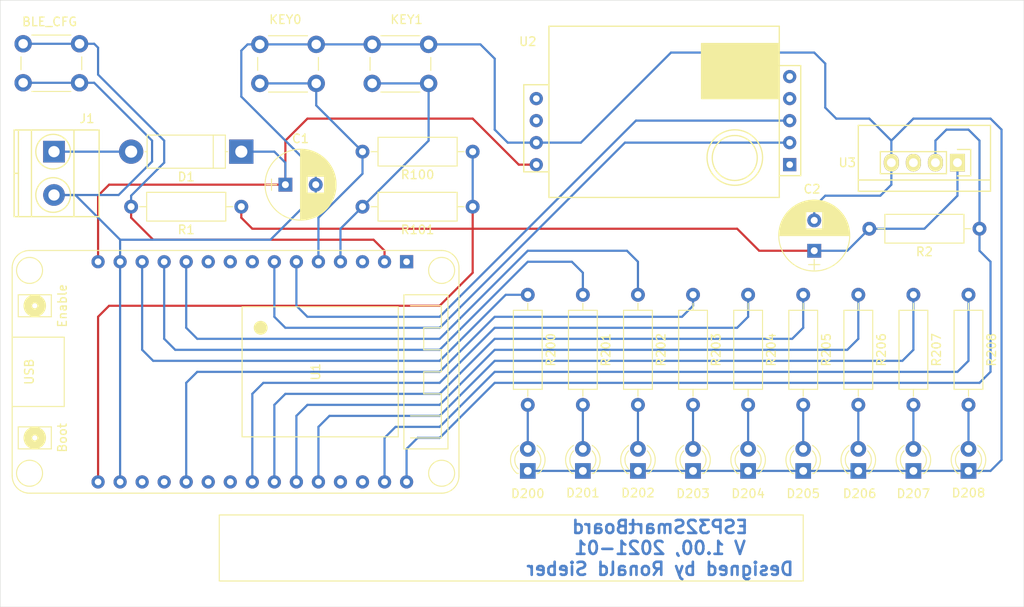
<source format=kicad_pcb>
(kicad_pcb (version 20171130) (host pcbnew "(5.1.5)-1")

  (general
    (thickness 1.6)
    (drawings 9)
    (tracks 203)
    (zones 0)
    (modules 36)
    (nets 46)
  )

  (page A4)
  (layers
    (0 F.Cu signal)
    (31 B.Cu signal)
    (33 F.Adhes user)
    (35 F.Paste user)
    (37 F.SilkS user)
    (38 B.Mask user)
    (39 F.Mask user)
    (40 Dwgs.User user)
    (41 Cmts.User user)
    (42 Eco1.User user)
    (43 Eco2.User user)
    (44 Edge.Cuts user)
    (45 Margin user)
    (46 B.CrtYd user)
    (47 F.CrtYd user)
    (49 F.Fab user)
  )

  (setup
    (last_trace_width 0.25)
    (trace_clearance 0.2)
    (zone_clearance 0.508)
    (zone_45_only no)
    (trace_min 0.2)
    (via_size 0.8)
    (via_drill 0.4)
    (via_min_size 0.4)
    (via_min_drill 0.3)
    (uvia_size 0.3)
    (uvia_drill 0.1)
    (uvias_allowed no)
    (uvia_min_size 0.2)
    (uvia_min_drill 0.1)
    (edge_width 0.05)
    (segment_width 0.2)
    (pcb_text_width 0.3)
    (pcb_text_size 1.5 1.5)
    (mod_edge_width 0.12)
    (mod_text_size 1 1)
    (mod_text_width 0.15)
    (pad_size 4 4)
    (pad_drill 4)
    (pad_to_mask_clearance 0.051)
    (solder_mask_min_width 0.25)
    (aux_axis_origin 0 0)
    (visible_elements 7FFFFFFF)
    (pcbplotparams
      (layerselection 0x010fc_ffffffff)
      (usegerberextensions false)
      (usegerberattributes false)
      (usegerberadvancedattributes false)
      (creategerberjobfile false)
      (excludeedgelayer true)
      (linewidth 0.100000)
      (plotframeref false)
      (viasonmask false)
      (mode 1)
      (useauxorigin false)
      (hpglpennumber 1)
      (hpglpenspeed 20)
      (hpglpendiameter 15.000000)
      (psnegative false)
      (psa4output false)
      (plotreference true)
      (plotvalue true)
      (plotinvisibletext false)
      (padsonsilk false)
      (subtractmaskfromsilk false)
      (outputformat 1)
      (mirror false)
      (drillshape 1)
      (scaleselection 1)
      (outputdirectory ""))
  )

  (net 0 "")
  (net 1 GND)
  (net 2 "Net-(C1-Pad1)")
  (net 3 "Net-(D1-Pad2)")
  (net 4 "Net-(D200-Pad2)")
  (net 5 "Net-(D201-Pad2)")
  (net 6 "Net-(D202-Pad2)")
  (net 7 "Net-(D203-Pad2)")
  (net 8 "Net-(D204-Pad2)")
  (net 9 "Net-(D205-Pad2)")
  (net 10 "Net-(D206-Pad2)")
  (net 11 "Net-(D207-Pad2)")
  (net 12 "Net-(D208-Pad2)")
  (net 13 "Net-(R1-Pad2)")
  (net 14 "Net-(R2-Pad1)")
  (net 15 "Net-(R100-Pad2)")
  (net 16 "Net-(R101-Pad2)")
  (net 17 "Net-(R200-Pad1)")
  (net 18 "Net-(R201-Pad1)")
  (net 19 "Net-(R202-Pad1)")
  (net 20 "Net-(R203-Pad1)")
  (net 21 "Net-(R204-Pad1)")
  (net 22 "Net-(R205-Pad1)")
  (net 23 "Net-(R206-Pad1)")
  (net 24 "Net-(R207-Pad1)")
  (net 25 "Net-(R208-Pad1)")
  (net 26 "Net-(U1-Pad1)")
  (net 27 "Net-(U1-Pad3)")
  (net 28 "Net-(U1-Pad6)")
  (net 29 "Net-(U1-Pad7)")
  (net 30 "Net-(U1-Pad8)")
  (net 31 "Net-(U1-Pad9)")
  (net 32 "Net-(U1-Pad10)")
  (net 33 "Net-(U1-Pad18)")
  (net 34 "Net-(U1-Pad19)")
  (net 35 "Net-(U1-Pad21)")
  (net 36 "Net-(U1-Pad22)")
  (net 37 "Net-(U1-Pad27)")
  (net 38 "Net-(U1-Pad28)")
  (net 39 "Net-(U2-Pad9)")
  (net 40 "Net-(U2-Pad8)")
  (net 41 "Net-(U2-Pad5)")
  (net 42 "Net-(U2-Pad4)")
  (net 43 "Net-(U2-Pad1)")
  (net 44 "Net-(U3-Pad3)")
  (net 45 "Net-(C2-Pad1)")

  (net_class Default "Dies ist die voreingestellte Netzklasse."
    (clearance 0.2)
    (trace_width 0.25)
    (via_dia 0.8)
    (via_drill 0.4)
    (uvia_dia 0.3)
    (uvia_drill 0.1)
    (add_net GND)
    (add_net "Net-(C1-Pad1)")
    (add_net "Net-(C2-Pad1)")
    (add_net "Net-(D1-Pad2)")
    (add_net "Net-(D200-Pad2)")
    (add_net "Net-(D201-Pad2)")
    (add_net "Net-(D202-Pad2)")
    (add_net "Net-(D203-Pad2)")
    (add_net "Net-(D204-Pad2)")
    (add_net "Net-(D205-Pad2)")
    (add_net "Net-(D206-Pad2)")
    (add_net "Net-(D207-Pad2)")
    (add_net "Net-(D208-Pad2)")
    (add_net "Net-(R1-Pad2)")
    (add_net "Net-(R100-Pad2)")
    (add_net "Net-(R101-Pad2)")
    (add_net "Net-(R2-Pad1)")
    (add_net "Net-(R200-Pad1)")
    (add_net "Net-(R201-Pad1)")
    (add_net "Net-(R202-Pad1)")
    (add_net "Net-(R203-Pad1)")
    (add_net "Net-(R204-Pad1)")
    (add_net "Net-(R205-Pad1)")
    (add_net "Net-(R206-Pad1)")
    (add_net "Net-(R207-Pad1)")
    (add_net "Net-(R208-Pad1)")
    (add_net "Net-(U1-Pad1)")
    (add_net "Net-(U1-Pad10)")
    (add_net "Net-(U1-Pad18)")
    (add_net "Net-(U1-Pad19)")
    (add_net "Net-(U1-Pad21)")
    (add_net "Net-(U1-Pad22)")
    (add_net "Net-(U1-Pad27)")
    (add_net "Net-(U1-Pad28)")
    (add_net "Net-(U1-Pad3)")
    (add_net "Net-(U1-Pad6)")
    (add_net "Net-(U1-Pad7)")
    (add_net "Net-(U1-Pad8)")
    (add_net "Net-(U1-Pad9)")
    (add_net "Net-(U2-Pad1)")
    (add_net "Net-(U2-Pad4)")
    (add_net "Net-(U2-Pad5)")
    (add_net "Net-(U2-Pad8)")
    (add_net "Net-(U2-Pad9)")
    (add_net "Net-(U3-Pad3)")
  )

  (module Sensors:DHT22_Temperature_Humidity (layer F.Cu) (tedit 6002121F) (tstamp 5FF8CA01)
    (at 176.53 78.74 180)
    (path /5FF317BE)
    (fp_text reference U3 (at 8.89 0) (layer F.SilkS)
      (effects (font (size 1 1) (thickness 0.15)))
    )
    (fp_text value DHT22 (at 0 -4.07) (layer F.Fab)
      (effects (font (size 1 1) (thickness 0.15)))
    )
    (fp_line (start -7.62 -2) (end 7.62 -2) (layer F.SilkS) (width 0.15))
    (fp_line (start -7.62 -3.3) (end 7.62 -3.3) (layer F.SilkS) (width 0.15))
    (fp_line (start 7.62 -3.3) (end 7.62 4.3) (layer F.SilkS) (width 0.15))
    (fp_line (start -7.62 -3.3) (end -7.62 4.3) (layer F.SilkS) (width 0.15))
    (fp_line (start -7.62 4.3) (end 7.62 4.3) (layer F.SilkS) (width 0.15))
    (fp_line (start -3.81 -1.524) (end -5.334 -1.524) (layer F.SilkS) (width 0.15))
    (fp_line (start -5.334 -1.524) (end -5.334 1.524) (layer F.SilkS) (width 0.15))
    (fp_line (start -5.334 1.524) (end -3.81 1.524) (layer F.SilkS) (width 0.15))
    (fp_line (start -2.54 -1.27) (end 5.08 -1.27) (layer F.SilkS) (width 0.15))
    (fp_line (start 5.08 -1.27) (end 5.08 1.27) (layer F.SilkS) (width 0.15))
    (fp_line (start 5.08 1.27) (end -2.54 1.27) (layer F.SilkS) (width 0.15))
    (fp_line (start -2.54 1.27) (end -2.54 -1.27) (layer F.SilkS) (width 0.15))
    (pad 4 thru_hole oval (at 3.81 0 270) (size 2.032 1.7272) (drill 1.016) (layers *.Cu *.Mask F.SilkS)
      (net 1 GND))
    (pad 3 thru_hole oval (at 1.27 0 270) (size 2.032 1.7272) (drill 1.016) (layers *.Cu *.Mask F.SilkS)
      (net 44 "Net-(U3-Pad3)"))
    (pad 2 thru_hole oval (at -1.27 0 270) (size 2.032 1.7272) (drill 1.016) (layers *.Cu *.Mask F.SilkS)
      (net 14 "Net-(R2-Pad1)"))
    (pad 1 thru_hole rect (at -3.81 0 270) (size 2.032 1.7272) (drill 1.016) (layers *.Cu *.Mask F.SilkS)
      (net 45 "Net-(C2-Pad1)"))
    (model ${KISYS3DMOD}/Sensor.3dshapes/Aosong_DHT11_5.5x12.0_P2.54mm.wrl
      (offset (xyz -4 0 0))
      (scale (xyz 1.2 1.1 1))
      (rotate (xyz 0 0 -90))
    )
  )

  (module Buttons_Switches_THT:SW_PUSH_6mm_h5mm (layer F.Cu) (tedit 5923F252) (tstamp 5FF8C980)
    (at 119.38 69.596 180)
    (descr "tactile push button, 6x6mm e.g. PHAP33xx series, height=5mm")
    (tags "tact sw push 6mm")
    (path /5FF351EC)
    (fp_text reference SW101 (at 3.81 -2.794) (layer F.SilkS) hide
      (effects (font (size 1.5 1.5) (thickness 0.15)))
    )
    (fp_text value KEY1 (at 2.54 7.366) (layer F.SilkS)
      (effects (font (size 1 1) (thickness 0.15)))
    )
    (fp_text user %R (at 3.25 2.25) (layer F.Fab)
      (effects (font (size 1 1) (thickness 0.15)))
    )
    (fp_line (start 3.25 -0.75) (end 6.25 -0.75) (layer F.Fab) (width 0.1))
    (fp_line (start 6.25 -0.75) (end 6.25 5.25) (layer F.Fab) (width 0.1))
    (fp_line (start 6.25 5.25) (end 0.25 5.25) (layer F.Fab) (width 0.1))
    (fp_line (start 0.25 5.25) (end 0.25 -0.75) (layer F.Fab) (width 0.1))
    (fp_line (start 0.25 -0.75) (end 3.25 -0.75) (layer F.Fab) (width 0.1))
    (fp_line (start 7.75 6) (end 8 6) (layer F.CrtYd) (width 0.05))
    (fp_line (start 8 6) (end 8 5.75) (layer F.CrtYd) (width 0.05))
    (fp_line (start 7.75 -1.5) (end 8 -1.5) (layer F.CrtYd) (width 0.05))
    (fp_line (start 8 -1.5) (end 8 -1.25) (layer F.CrtYd) (width 0.05))
    (fp_line (start -1.5 -1.25) (end -1.5 -1.5) (layer F.CrtYd) (width 0.05))
    (fp_line (start -1.5 -1.5) (end -1.25 -1.5) (layer F.CrtYd) (width 0.05))
    (fp_line (start -1.5 5.75) (end -1.5 6) (layer F.CrtYd) (width 0.05))
    (fp_line (start -1.5 6) (end -1.25 6) (layer F.CrtYd) (width 0.05))
    (fp_line (start -1.25 -1.5) (end 7.75 -1.5) (layer F.CrtYd) (width 0.05))
    (fp_line (start -1.5 5.75) (end -1.5 -1.25) (layer F.CrtYd) (width 0.05))
    (fp_line (start 7.75 6) (end -1.25 6) (layer F.CrtYd) (width 0.05))
    (fp_line (start 8 -1.25) (end 8 5.75) (layer F.CrtYd) (width 0.05))
    (fp_line (start 1 5.5) (end 5.5 5.5) (layer F.SilkS) (width 0.12))
    (fp_line (start -0.25 1.5) (end -0.25 3) (layer F.SilkS) (width 0.12))
    (fp_line (start 5.5 -1) (end 1 -1) (layer F.SilkS) (width 0.12))
    (fp_line (start 6.75 3) (end 6.75 1.5) (layer F.SilkS) (width 0.12))
    (fp_circle (center 3.25 2.25) (end 1.25 2.5) (layer F.Fab) (width 0.1))
    (pad 2 thru_hole circle (at 0 4.5 270) (size 2 2) (drill 1.1) (layers *.Cu *.Mask)
      (net 1 GND))
    (pad 1 thru_hole circle (at 0 0 270) (size 2 2) (drill 1.1) (layers *.Cu *.Mask)
      (net 16 "Net-(R101-Pad2)"))
    (pad 2 thru_hole circle (at 6.5 4.5 270) (size 2 2) (drill 1.1) (layers *.Cu *.Mask)
      (net 1 GND))
    (pad 1 thru_hole circle (at 6.5 0 270) (size 2 2) (drill 1.1) (layers *.Cu *.Mask)
      (net 16 "Net-(R101-Pad2)"))
    (model ${KISYS3DMOD}/Button_Switch_THT.3dshapes/SW_PUSH_6mm_H5mm.wrl
      (offset (xyz 0.127 0 0))
      (scale (xyz 1 1 1))
      (rotate (xyz 0 0 0))
    )
  )

  (module Buttons_Switches_THT:SW_PUSH_6mm_h5mm (layer F.Cu) (tedit 5923F252) (tstamp 5FF8C96A)
    (at 106.426 69.596 180)
    (descr "tactile push button, 6x6mm e.g. PHAP33xx series, height=5mm")
    (tags "tact sw push 6mm")
    (path /5FF31D8E)
    (fp_text reference SW100 (at 3.556 -2.794) (layer F.SilkS) hide
      (effects (font (size 1.5 1.5) (thickness 0.15)))
    )
    (fp_text value KEY0 (at 3.556 7.366) (layer F.SilkS)
      (effects (font (size 1 1) (thickness 0.15)))
    )
    (fp_text user %R (at 3.25 2.25) (layer F.Fab)
      (effects (font (size 1 1) (thickness 0.15)))
    )
    (fp_line (start 3.25 -0.75) (end 6.25 -0.75) (layer F.Fab) (width 0.1))
    (fp_line (start 6.25 -0.75) (end 6.25 5.25) (layer F.Fab) (width 0.1))
    (fp_line (start 6.25 5.25) (end 0.25 5.25) (layer F.Fab) (width 0.1))
    (fp_line (start 0.25 5.25) (end 0.25 -0.75) (layer F.Fab) (width 0.1))
    (fp_line (start 0.25 -0.75) (end 3.25 -0.75) (layer F.Fab) (width 0.1))
    (fp_line (start 7.75 6) (end 8 6) (layer F.CrtYd) (width 0.05))
    (fp_line (start 8 6) (end 8 5.75) (layer F.CrtYd) (width 0.05))
    (fp_line (start 7.75 -1.5) (end 8 -1.5) (layer F.CrtYd) (width 0.05))
    (fp_line (start 8 -1.5) (end 8 -1.25) (layer F.CrtYd) (width 0.05))
    (fp_line (start -1.5 -1.25) (end -1.5 -1.5) (layer F.CrtYd) (width 0.05))
    (fp_line (start -1.5 -1.5) (end -1.25 -1.5) (layer F.CrtYd) (width 0.05))
    (fp_line (start -1.5 5.75) (end -1.5 6) (layer F.CrtYd) (width 0.05))
    (fp_line (start -1.5 6) (end -1.25 6) (layer F.CrtYd) (width 0.05))
    (fp_line (start -1.25 -1.5) (end 7.75 -1.5) (layer F.CrtYd) (width 0.05))
    (fp_line (start -1.5 5.75) (end -1.5 -1.25) (layer F.CrtYd) (width 0.05))
    (fp_line (start 7.75 6) (end -1.25 6) (layer F.CrtYd) (width 0.05))
    (fp_line (start 8 -1.25) (end 8 5.75) (layer F.CrtYd) (width 0.05))
    (fp_line (start 1 5.5) (end 5.5 5.5) (layer F.SilkS) (width 0.12))
    (fp_line (start -0.25 1.5) (end -0.25 3) (layer F.SilkS) (width 0.12))
    (fp_line (start 5.5 -1) (end 1 -1) (layer F.SilkS) (width 0.12))
    (fp_line (start 6.75 3) (end 6.75 1.5) (layer F.SilkS) (width 0.12))
    (fp_circle (center 3.25 2.25) (end 1.25 2.5) (layer F.Fab) (width 0.1))
    (pad 2 thru_hole circle (at 0 4.5 270) (size 2 2) (drill 1.1) (layers *.Cu *.Mask)
      (net 1 GND))
    (pad 1 thru_hole circle (at 0 0 270) (size 2 2) (drill 1.1) (layers *.Cu *.Mask)
      (net 15 "Net-(R100-Pad2)"))
    (pad 2 thru_hole circle (at 6.5 4.5 270) (size 2 2) (drill 1.1) (layers *.Cu *.Mask)
      (net 1 GND))
    (pad 1 thru_hole circle (at 6.5 0 270) (size 2 2) (drill 1.1) (layers *.Cu *.Mask)
      (net 15 "Net-(R100-Pad2)"))
    (model ${KISYS3DMOD}/Button_Switch_THT.3dshapes/SW_PUSH_6mm_H5mm.wrl
      (offset (xyz 0.127 0 0))
      (scale (xyz 1 1 1))
      (rotate (xyz 0 0 0))
    )
  )

  (module Buttons_Switches_THT:SW_PUSH_6mm_h5mm (layer F.Cu) (tedit 5923F252) (tstamp 5FF8C954)
    (at 72.644 65.024)
    (descr "tactile push button, 6x6mm e.g. PHAP33xx series, height=5mm")
    (tags "tact sw push 6mm")
    (path /5FF2D294)
    (fp_text reference SW1 (at 3.048 7.62) (layer F.SilkS) hide
      (effects (font (size 1.5 1.5) (thickness 0.15)))
    )
    (fp_text value BLE_CFG (at 3.048 -2.54) (layer F.SilkS)
      (effects (font (size 1 1) (thickness 0.15)))
    )
    (fp_text user %R (at 3.25 2.25 180) (layer F.Fab)
      (effects (font (size 1 1) (thickness 0.15)))
    )
    (fp_line (start 3.25 -0.75) (end 6.25 -0.75) (layer F.Fab) (width 0.1))
    (fp_line (start 6.25 -0.75) (end 6.25 5.25) (layer F.Fab) (width 0.1))
    (fp_line (start 6.25 5.25) (end 0.25 5.25) (layer F.Fab) (width 0.1))
    (fp_line (start 0.25 5.25) (end 0.25 -0.75) (layer F.Fab) (width 0.1))
    (fp_line (start 0.25 -0.75) (end 3.25 -0.75) (layer F.Fab) (width 0.1))
    (fp_line (start 7.75 6) (end 8 6) (layer F.CrtYd) (width 0.05))
    (fp_line (start 8 6) (end 8 5.75) (layer F.CrtYd) (width 0.05))
    (fp_line (start 7.75 -1.5) (end 8 -1.5) (layer F.CrtYd) (width 0.05))
    (fp_line (start 8 -1.5) (end 8 -1.25) (layer F.CrtYd) (width 0.05))
    (fp_line (start -1.5 -1.25) (end -1.5 -1.5) (layer F.CrtYd) (width 0.05))
    (fp_line (start -1.5 -1.5) (end -1.25 -1.5) (layer F.CrtYd) (width 0.05))
    (fp_line (start -1.5 5.75) (end -1.5 6) (layer F.CrtYd) (width 0.05))
    (fp_line (start -1.5 6) (end -1.25 6) (layer F.CrtYd) (width 0.05))
    (fp_line (start -1.25 -1.5) (end 7.75 -1.5) (layer F.CrtYd) (width 0.05))
    (fp_line (start -1.5 5.75) (end -1.5 -1.25) (layer F.CrtYd) (width 0.05))
    (fp_line (start 7.75 6) (end -1.25 6) (layer F.CrtYd) (width 0.05))
    (fp_line (start 8 -1.25) (end 8 5.75) (layer F.CrtYd) (width 0.05))
    (fp_line (start 1 5.5) (end 5.5 5.5) (layer F.SilkS) (width 0.12))
    (fp_line (start -0.25 1.5) (end -0.25 3) (layer F.SilkS) (width 0.12))
    (fp_line (start 5.5 -1) (end 1 -1) (layer F.SilkS) (width 0.12))
    (fp_line (start 6.75 3) (end 6.75 1.5) (layer F.SilkS) (width 0.12))
    (fp_circle (center 3.25 2.25) (end 1.25 2.5) (layer F.Fab) (width 0.1))
    (pad 2 thru_hole circle (at 0 4.5 90) (size 2 2) (drill 1.1) (layers *.Cu *.Mask)
      (net 1 GND))
    (pad 1 thru_hole circle (at 0 0 90) (size 2 2) (drill 1.1) (layers *.Cu *.Mask)
      (net 13 "Net-(R1-Pad2)"))
    (pad 2 thru_hole circle (at 6.5 4.5 90) (size 2 2) (drill 1.1) (layers *.Cu *.Mask)
      (net 1 GND))
    (pad 1 thru_hole circle (at 6.5 0 90) (size 2 2) (drill 1.1) (layers *.Cu *.Mask)
      (net 13 "Net-(R1-Pad2)"))
    (model ${KISYS3DMOD}/Button_Switch_THT.3dshapes/SW_PUSH_6mm_H5mm.wrl
      (offset (xyz 0.127 0 0))
      (scale (xyz 1 1 1))
      (rotate (xyz 0 0 0))
    )
  )

  (module Resistors_THT:R_Axial_DIN0309_L9.0mm_D3.2mm_P12.70mm_Horizontal (layer F.Cu) (tedit 5874F706) (tstamp 5FF8C8D0)
    (at 149.86 93.98 270)
    (descr "Resistor, Axial_DIN0309 series, Axial, Horizontal, pin pitch=12.7mm, 0.5W = 1/2W, length*diameter=9*3.2mm^2, http://cdn-reichelt.de/documents/datenblatt/B400/1_4W%23YAG.pdf")
    (tags "Resistor Axial_DIN0309 series Axial Horizontal pin pitch 12.7mm 0.5W = 1/2W length 9mm diameter 3.2mm")
    (path /5FFFFEFF)
    (fp_text reference R203 (at 6.35 -2.66 90) (layer F.SilkS)
      (effects (font (size 1 1) (thickness 0.15)))
    )
    (fp_text value 470R (at 1.77 2.66 90) (layer F.Fab)
      (effects (font (size 1 1) (thickness 0.15)))
    )
    (fp_line (start 13.75 -1.95) (end -1.05 -1.95) (layer F.CrtYd) (width 0.05))
    (fp_line (start 13.75 1.95) (end 13.75 -1.95) (layer F.CrtYd) (width 0.05))
    (fp_line (start -1.05 1.95) (end 13.75 1.95) (layer F.CrtYd) (width 0.05))
    (fp_line (start -1.05 -1.95) (end -1.05 1.95) (layer F.CrtYd) (width 0.05))
    (fp_line (start 11.72 0) (end 10.91 0) (layer F.SilkS) (width 0.12))
    (fp_line (start 0.98 0) (end 1.79 0) (layer F.SilkS) (width 0.12))
    (fp_line (start 10.91 -1.66) (end 1.79 -1.66) (layer F.SilkS) (width 0.12))
    (fp_line (start 10.91 1.66) (end 10.91 -1.66) (layer F.SilkS) (width 0.12))
    (fp_line (start 1.79 1.66) (end 10.91 1.66) (layer F.SilkS) (width 0.12))
    (fp_line (start 1.79 -1.66) (end 1.79 1.66) (layer F.SilkS) (width 0.12))
    (fp_line (start 12.7 0) (end 10.85 0) (layer F.Fab) (width 0.1))
    (fp_line (start 0 0) (end 1.85 0) (layer F.Fab) (width 0.1))
    (fp_line (start 10.85 -1.6) (end 1.85 -1.6) (layer F.Fab) (width 0.1))
    (fp_line (start 10.85 1.6) (end 10.85 -1.6) (layer F.Fab) (width 0.1))
    (fp_line (start 1.85 1.6) (end 10.85 1.6) (layer F.Fab) (width 0.1))
    (fp_line (start 1.85 -1.6) (end 1.85 1.6) (layer F.Fab) (width 0.1))
    (pad 2 thru_hole oval (at 12.7 0 270) (size 1.6 1.6) (drill 0.8) (layers *.Cu *.Mask)
      (net 7 "Net-(D203-Pad2)"))
    (pad 1 thru_hole circle (at 0 0 270) (size 1.6 1.6) (drill 0.8) (layers *.Cu *.Mask)
      (net 20 "Net-(R203-Pad1)"))
    (model ${KISYS3DMOD}/Resistor_THT.3dshapes/R_Axial_DIN0309_L9.0mm_D3.2mm_P12.70mm_Horizontal.wrl
      (at (xyz 0 0 0))
      (scale (xyz 1 1 1))
      (rotate (xyz 0 0 0))
    )
  )

  (module Mounting_Holes:MountingHole_4mm (layer F.Cu) (tedit 56D1B4CB) (tstamp 5FF89C9E)
    (at 171.3 122.85)
    (descr "Mounting Hole 4mm, no annular")
    (tags "mounting hole 4mm no annular")
    (attr virtual)
    (fp_text reference REF** (at 0 -5) (layer F.SilkS) hide
      (effects (font (size 1 1) (thickness 0.15)))
    )
    (fp_text value MountingHole_4mm (at 0 5) (layer F.Fab) hide
      (effects (font (size 1 1) (thickness 0.15)))
    )
    (fp_text user %R (at 0.3 0) (layer F.Fab) hide
      (effects (font (size 1 1) (thickness 0.15)))
    )
    (fp_circle (center 0 0) (end 4 0) (layer Cmts.User) (width 0.15))
    (fp_circle (center 0 0) (end 4.25 0) (layer F.CrtYd) (width 0.05))
    (pad 1 np_thru_hole circle (at 0 0) (size 4 4) (drill 4) (layers *.Cu *.Mask))
  )

  (module Mounting_Holes:MountingHole_4mm (layer F.Cu) (tedit 56D1B4CB) (tstamp 5FF89C48)
    (at 171.3 67.15)
    (descr "Mounting Hole 4mm, no annular")
    (tags "mounting hole 4mm no annular")
    (attr virtual)
    (fp_text reference REF** (at 0 -5) (layer F.SilkS) hide
      (effects (font (size 1 1) (thickness 0.15)))
    )
    (fp_text value MountingHole_4mm (at 0 5) (layer F.Fab) hide
      (effects (font (size 1 1) (thickness 0.15)))
    )
    (fp_text user %R (at 0.3 0) (layer F.Fab) hide
      (effects (font (size 1 1) (thickness 0.15)))
    )
    (fp_circle (center 0 0) (end 4 0) (layer Cmts.User) (width 0.15))
    (fp_circle (center 0 0) (end 4.25 0) (layer F.CrtYd) (width 0.05))
    (pad 1 np_thru_hole circle (at 0 0) (size 4 4) (drill 4) (layers *.Cu *.Mask))
  )

  (module Mounting_Holes:MountingHole_4mm (layer F.Cu) (tedit 56D1B4CB) (tstamp 5FF89C09)
    (at 86.7 122.85)
    (descr "Mounting Hole 4mm, no annular")
    (tags "mounting hole 4mm no annular")
    (attr virtual)
    (fp_text reference REF** (at 0 -5) (layer F.SilkS) hide
      (effects (font (size 1 1) (thickness 0.15)))
    )
    (fp_text value MountingHole_4mm (at 0 5) (layer F.Fab) hide
      (effects (font (size 1 1) (thickness 0.15)))
    )
    (fp_text user %R (at 0.3 0) (layer F.Fab) hide
      (effects (font (size 1 1) (thickness 0.15)))
    )
    (fp_circle (center 0 0) (end 4 0) (layer Cmts.User) (width 0.15))
    (fp_circle (center 0 0) (end 4.25 0) (layer F.CrtYd) (width 0.05))
    (pad 1 np_thru_hole circle (at 0 0) (size 4 4) (drill 4) (layers *.Cu *.Mask))
  )

  (module Mounting_Holes:MountingHole_4mm (layer F.Cu) (tedit 56D1B4CB) (tstamp 5FF89A67)
    (at 86.7 67.15)
    (descr "Mounting Hole 4mm, no annular")
    (tags "mounting hole 4mm no annular")
    (attr virtual)
    (fp_text reference REF** (at 0 -5) (layer F.SilkS) hide
      (effects (font (size 1 1) (thickness 0.15)))
    )
    (fp_text value MountingHole_4mm (at 0 5) (layer F.Fab) hide
      (effects (font (size 1 1) (thickness 0.15)))
    )
    (fp_text user %R (at 0.3 0) (layer F.Fab) hide
      (effects (font (size 1 1) (thickness 0.15)))
    )
    (fp_circle (center 0 0) (end 4 0) (layer Cmts.User) (width 0.15))
    (fp_circle (center 0 0) (end 4.25 0) (layer F.CrtYd) (width 0.05))
    (pad 1 np_thru_hole circle (at 0 0) (size 4 4) (drill 4) (layers *.Cu *.Mask))
  )

  (module Capacitors_THT:CP_Radial_D8.0mm_P3.50mm (layer F.Cu) (tedit 597BC7C2) (tstamp 5FF8C747)
    (at 102.87 81.28)
    (descr "CP, Radial series, Radial, pin pitch=3.50mm, , diameter=8mm, Electrolytic Capacitor")
    (tags "CP Radial series Radial pin pitch 3.50mm  diameter 8mm Electrolytic Capacitor")
    (path /5FF9AA3C)
    (fp_text reference C1 (at 1.75 -5.31) (layer F.SilkS)
      (effects (font (size 1 1) (thickness 0.15)))
    )
    (fp_text value 100µF (at 1.75 5.31) (layer F.Fab)
      (effects (font (size 1 1) (thickness 0.15)))
    )
    (fp_text user %R (at 1.75 0) (layer F.Fab)
      (effects (font (size 1 1) (thickness 0.15)))
    )
    (fp_line (start 6.1 -4.35) (end -2.6 -4.35) (layer F.CrtYd) (width 0.05))
    (fp_line (start 6.1 4.35) (end 6.1 -4.35) (layer F.CrtYd) (width 0.05))
    (fp_line (start -2.6 4.35) (end 6.1 4.35) (layer F.CrtYd) (width 0.05))
    (fp_line (start -2.6 -4.35) (end -2.6 4.35) (layer F.CrtYd) (width 0.05))
    (fp_line (start -1.6 -0.65) (end -1.6 0.65) (layer F.SilkS) (width 0.12))
    (fp_line (start -2.2 0) (end -1 0) (layer F.SilkS) (width 0.12))
    (fp_line (start 5.831 -0.246) (end 5.831 0.246) (layer F.SilkS) (width 0.12))
    (fp_line (start 5.791 -0.598) (end 5.791 0.598) (layer F.SilkS) (width 0.12))
    (fp_line (start 5.751 -0.814) (end 5.751 0.814) (layer F.SilkS) (width 0.12))
    (fp_line (start 5.711 -0.983) (end 5.711 0.983) (layer F.SilkS) (width 0.12))
    (fp_line (start 5.671 -1.127) (end 5.671 1.127) (layer F.SilkS) (width 0.12))
    (fp_line (start 5.631 -1.254) (end 5.631 1.254) (layer F.SilkS) (width 0.12))
    (fp_line (start 5.591 -1.369) (end 5.591 1.369) (layer F.SilkS) (width 0.12))
    (fp_line (start 5.551 -1.473) (end 5.551 1.473) (layer F.SilkS) (width 0.12))
    (fp_line (start 5.511 -1.57) (end 5.511 1.57) (layer F.SilkS) (width 0.12))
    (fp_line (start 5.471 -1.66) (end 5.471 1.66) (layer F.SilkS) (width 0.12))
    (fp_line (start 5.431 -1.745) (end 5.431 1.745) (layer F.SilkS) (width 0.12))
    (fp_line (start 5.391 -1.826) (end 5.391 1.826) (layer F.SilkS) (width 0.12))
    (fp_line (start 5.351 -1.902) (end 5.351 1.902) (layer F.SilkS) (width 0.12))
    (fp_line (start 5.311 -1.974) (end 5.311 1.974) (layer F.SilkS) (width 0.12))
    (fp_line (start 5.271 -2.043) (end 5.271 2.043) (layer F.SilkS) (width 0.12))
    (fp_line (start 5.231 -2.109) (end 5.231 2.109) (layer F.SilkS) (width 0.12))
    (fp_line (start 5.191 -2.173) (end 5.191 2.173) (layer F.SilkS) (width 0.12))
    (fp_line (start 5.151 -2.234) (end 5.151 2.234) (layer F.SilkS) (width 0.12))
    (fp_line (start 5.111 -2.293) (end 5.111 2.293) (layer F.SilkS) (width 0.12))
    (fp_line (start 5.071 -2.349) (end 5.071 2.349) (layer F.SilkS) (width 0.12))
    (fp_line (start 5.031 -2.404) (end 5.031 2.404) (layer F.SilkS) (width 0.12))
    (fp_line (start 4.991 -2.457) (end 4.991 2.457) (layer F.SilkS) (width 0.12))
    (fp_line (start 4.951 -2.508) (end 4.951 2.508) (layer F.SilkS) (width 0.12))
    (fp_line (start 4.911 -2.557) (end 4.911 2.557) (layer F.SilkS) (width 0.12))
    (fp_line (start 4.871 -2.605) (end 4.871 2.605) (layer F.SilkS) (width 0.12))
    (fp_line (start 4.831 -2.652) (end 4.831 2.652) (layer F.SilkS) (width 0.12))
    (fp_line (start 4.791 -2.697) (end 4.791 2.697) (layer F.SilkS) (width 0.12))
    (fp_line (start 4.751 -2.74) (end 4.751 2.74) (layer F.SilkS) (width 0.12))
    (fp_line (start 4.711 -2.783) (end 4.711 2.783) (layer F.SilkS) (width 0.12))
    (fp_line (start 4.671 -2.824) (end 4.671 2.824) (layer F.SilkS) (width 0.12))
    (fp_line (start 4.631 -2.865) (end 4.631 2.865) (layer F.SilkS) (width 0.12))
    (fp_line (start 4.591 -2.904) (end 4.591 2.904) (layer F.SilkS) (width 0.12))
    (fp_line (start 4.551 -2.942) (end 4.551 2.942) (layer F.SilkS) (width 0.12))
    (fp_line (start 4.511 -2.979) (end 4.511 2.979) (layer F.SilkS) (width 0.12))
    (fp_line (start 4.471 0.98) (end 4.471 3.015) (layer F.SilkS) (width 0.12))
    (fp_line (start 4.471 -3.015) (end 4.471 -0.98) (layer F.SilkS) (width 0.12))
    (fp_line (start 4.431 0.98) (end 4.431 3.05) (layer F.SilkS) (width 0.12))
    (fp_line (start 4.431 -3.05) (end 4.431 -0.98) (layer F.SilkS) (width 0.12))
    (fp_line (start 4.391 0.98) (end 4.391 3.084) (layer F.SilkS) (width 0.12))
    (fp_line (start 4.391 -3.084) (end 4.391 -0.98) (layer F.SilkS) (width 0.12))
    (fp_line (start 4.351 0.98) (end 4.351 3.118) (layer F.SilkS) (width 0.12))
    (fp_line (start 4.351 -3.118) (end 4.351 -0.98) (layer F.SilkS) (width 0.12))
    (fp_line (start 4.311 0.98) (end 4.311 3.15) (layer F.SilkS) (width 0.12))
    (fp_line (start 4.311 -3.15) (end 4.311 -0.98) (layer F.SilkS) (width 0.12))
    (fp_line (start 4.271 0.98) (end 4.271 3.182) (layer F.SilkS) (width 0.12))
    (fp_line (start 4.271 -3.182) (end 4.271 -0.98) (layer F.SilkS) (width 0.12))
    (fp_line (start 4.231 0.98) (end 4.231 3.213) (layer F.SilkS) (width 0.12))
    (fp_line (start 4.231 -3.213) (end 4.231 -0.98) (layer F.SilkS) (width 0.12))
    (fp_line (start 4.191 0.98) (end 4.191 3.243) (layer F.SilkS) (width 0.12))
    (fp_line (start 4.191 -3.243) (end 4.191 -0.98) (layer F.SilkS) (width 0.12))
    (fp_line (start 4.151 0.98) (end 4.151 3.272) (layer F.SilkS) (width 0.12))
    (fp_line (start 4.151 -3.272) (end 4.151 -0.98) (layer F.SilkS) (width 0.12))
    (fp_line (start 4.111 0.98) (end 4.111 3.301) (layer F.SilkS) (width 0.12))
    (fp_line (start 4.111 -3.301) (end 4.111 -0.98) (layer F.SilkS) (width 0.12))
    (fp_line (start 4.071 0.98) (end 4.071 3.329) (layer F.SilkS) (width 0.12))
    (fp_line (start 4.071 -3.329) (end 4.071 -0.98) (layer F.SilkS) (width 0.12))
    (fp_line (start 4.031 0.98) (end 4.031 3.356) (layer F.SilkS) (width 0.12))
    (fp_line (start 4.031 -3.356) (end 4.031 -0.98) (layer F.SilkS) (width 0.12))
    (fp_line (start 3.991 0.98) (end 3.991 3.383) (layer F.SilkS) (width 0.12))
    (fp_line (start 3.991 -3.383) (end 3.991 -0.98) (layer F.SilkS) (width 0.12))
    (fp_line (start 3.951 0.98) (end 3.951 3.408) (layer F.SilkS) (width 0.12))
    (fp_line (start 3.951 -3.408) (end 3.951 -0.98) (layer F.SilkS) (width 0.12))
    (fp_line (start 3.911 0.98) (end 3.911 3.434) (layer F.SilkS) (width 0.12))
    (fp_line (start 3.911 -3.434) (end 3.911 -0.98) (layer F.SilkS) (width 0.12))
    (fp_line (start 3.871 0.98) (end 3.871 3.458) (layer F.SilkS) (width 0.12))
    (fp_line (start 3.871 -3.458) (end 3.871 -0.98) (layer F.SilkS) (width 0.12))
    (fp_line (start 3.831 0.98) (end 3.831 3.482) (layer F.SilkS) (width 0.12))
    (fp_line (start 3.831 -3.482) (end 3.831 -0.98) (layer F.SilkS) (width 0.12))
    (fp_line (start 3.791 0.98) (end 3.791 3.505) (layer F.SilkS) (width 0.12))
    (fp_line (start 3.791 -3.505) (end 3.791 -0.98) (layer F.SilkS) (width 0.12))
    (fp_line (start 3.751 0.98) (end 3.751 3.528) (layer F.SilkS) (width 0.12))
    (fp_line (start 3.751 -3.528) (end 3.751 -0.98) (layer F.SilkS) (width 0.12))
    (fp_line (start 3.711 0.98) (end 3.711 3.55) (layer F.SilkS) (width 0.12))
    (fp_line (start 3.711 -3.55) (end 3.711 -0.98) (layer F.SilkS) (width 0.12))
    (fp_line (start 3.671 0.98) (end 3.671 3.572) (layer F.SilkS) (width 0.12))
    (fp_line (start 3.671 -3.572) (end 3.671 -0.98) (layer F.SilkS) (width 0.12))
    (fp_line (start 3.631 0.98) (end 3.631 3.593) (layer F.SilkS) (width 0.12))
    (fp_line (start 3.631 -3.593) (end 3.631 -0.98) (layer F.SilkS) (width 0.12))
    (fp_line (start 3.591 0.98) (end 3.591 3.613) (layer F.SilkS) (width 0.12))
    (fp_line (start 3.591 -3.613) (end 3.591 -0.98) (layer F.SilkS) (width 0.12))
    (fp_line (start 3.551 0.98) (end 3.551 3.633) (layer F.SilkS) (width 0.12))
    (fp_line (start 3.551 -3.633) (end 3.551 -0.98) (layer F.SilkS) (width 0.12))
    (fp_line (start 3.511 0.98) (end 3.511 3.652) (layer F.SilkS) (width 0.12))
    (fp_line (start 3.511 -3.652) (end 3.511 -0.98) (layer F.SilkS) (width 0.12))
    (fp_line (start 3.471 0.98) (end 3.471 3.671) (layer F.SilkS) (width 0.12))
    (fp_line (start 3.471 -3.671) (end 3.471 -0.98) (layer F.SilkS) (width 0.12))
    (fp_line (start 3.431 0.98) (end 3.431 3.69) (layer F.SilkS) (width 0.12))
    (fp_line (start 3.431 -3.69) (end 3.431 -0.98) (layer F.SilkS) (width 0.12))
    (fp_line (start 3.391 0.98) (end 3.391 3.707) (layer F.SilkS) (width 0.12))
    (fp_line (start 3.391 -3.707) (end 3.391 -0.98) (layer F.SilkS) (width 0.12))
    (fp_line (start 3.351 0.98) (end 3.351 3.725) (layer F.SilkS) (width 0.12))
    (fp_line (start 3.351 -3.725) (end 3.351 -0.98) (layer F.SilkS) (width 0.12))
    (fp_line (start 3.311 0.98) (end 3.311 3.741) (layer F.SilkS) (width 0.12))
    (fp_line (start 3.311 -3.741) (end 3.311 -0.98) (layer F.SilkS) (width 0.12))
    (fp_line (start 3.271 0.98) (end 3.271 3.758) (layer F.SilkS) (width 0.12))
    (fp_line (start 3.271 -3.758) (end 3.271 -0.98) (layer F.SilkS) (width 0.12))
    (fp_line (start 3.231 0.98) (end 3.231 3.773) (layer F.SilkS) (width 0.12))
    (fp_line (start 3.231 -3.773) (end 3.231 -0.98) (layer F.SilkS) (width 0.12))
    (fp_line (start 3.191 0.98) (end 3.191 3.789) (layer F.SilkS) (width 0.12))
    (fp_line (start 3.191 -3.789) (end 3.191 -0.98) (layer F.SilkS) (width 0.12))
    (fp_line (start 3.151 0.98) (end 3.151 3.803) (layer F.SilkS) (width 0.12))
    (fp_line (start 3.151 -3.803) (end 3.151 -0.98) (layer F.SilkS) (width 0.12))
    (fp_line (start 3.111 0.98) (end 3.111 3.818) (layer F.SilkS) (width 0.12))
    (fp_line (start 3.111 -3.818) (end 3.111 -0.98) (layer F.SilkS) (width 0.12))
    (fp_line (start 3.071 0.98) (end 3.071 3.832) (layer F.SilkS) (width 0.12))
    (fp_line (start 3.071 -3.832) (end 3.071 -0.98) (layer F.SilkS) (width 0.12))
    (fp_line (start 3.031 0.98) (end 3.031 3.845) (layer F.SilkS) (width 0.12))
    (fp_line (start 3.031 -3.845) (end 3.031 -0.98) (layer F.SilkS) (width 0.12))
    (fp_line (start 2.991 0.98) (end 2.991 3.858) (layer F.SilkS) (width 0.12))
    (fp_line (start 2.991 -3.858) (end 2.991 -0.98) (layer F.SilkS) (width 0.12))
    (fp_line (start 2.951 0.98) (end 2.951 3.87) (layer F.SilkS) (width 0.12))
    (fp_line (start 2.951 -3.87) (end 2.951 -0.98) (layer F.SilkS) (width 0.12))
    (fp_line (start 2.911 0.98) (end 2.911 3.883) (layer F.SilkS) (width 0.12))
    (fp_line (start 2.911 -3.883) (end 2.911 -0.98) (layer F.SilkS) (width 0.12))
    (fp_line (start 2.871 0.98) (end 2.871 3.894) (layer F.SilkS) (width 0.12))
    (fp_line (start 2.871 -3.894) (end 2.871 -0.98) (layer F.SilkS) (width 0.12))
    (fp_line (start 2.831 0.98) (end 2.831 3.905) (layer F.SilkS) (width 0.12))
    (fp_line (start 2.831 -3.905) (end 2.831 -0.98) (layer F.SilkS) (width 0.12))
    (fp_line (start 2.791 0.98) (end 2.791 3.916) (layer F.SilkS) (width 0.12))
    (fp_line (start 2.791 -3.916) (end 2.791 -0.98) (layer F.SilkS) (width 0.12))
    (fp_line (start 2.751 0.98) (end 2.751 3.926) (layer F.SilkS) (width 0.12))
    (fp_line (start 2.751 -3.926) (end 2.751 -0.98) (layer F.SilkS) (width 0.12))
    (fp_line (start 2.711 0.98) (end 2.711 3.936) (layer F.SilkS) (width 0.12))
    (fp_line (start 2.711 -3.936) (end 2.711 -0.98) (layer F.SilkS) (width 0.12))
    (fp_line (start 2.671 0.98) (end 2.671 3.946) (layer F.SilkS) (width 0.12))
    (fp_line (start 2.671 -3.946) (end 2.671 -0.98) (layer F.SilkS) (width 0.12))
    (fp_line (start 2.631 0.98) (end 2.631 3.955) (layer F.SilkS) (width 0.12))
    (fp_line (start 2.631 -3.955) (end 2.631 -0.98) (layer F.SilkS) (width 0.12))
    (fp_line (start 2.591 0.98) (end 2.591 3.963) (layer F.SilkS) (width 0.12))
    (fp_line (start 2.591 -3.963) (end 2.591 -0.98) (layer F.SilkS) (width 0.12))
    (fp_line (start 2.551 0.98) (end 2.551 3.971) (layer F.SilkS) (width 0.12))
    (fp_line (start 2.551 -3.971) (end 2.551 -0.98) (layer F.SilkS) (width 0.12))
    (fp_line (start 2.511 -3.979) (end 2.511 3.979) (layer F.SilkS) (width 0.12))
    (fp_line (start 2.471 -3.987) (end 2.471 3.987) (layer F.SilkS) (width 0.12))
    (fp_line (start 2.43 -3.994) (end 2.43 3.994) (layer F.SilkS) (width 0.12))
    (fp_line (start 2.39 -4) (end 2.39 4) (layer F.SilkS) (width 0.12))
    (fp_line (start 2.35 -4.006) (end 2.35 4.006) (layer F.SilkS) (width 0.12))
    (fp_line (start 2.31 -4.012) (end 2.31 4.012) (layer F.SilkS) (width 0.12))
    (fp_line (start 2.27 -4.017) (end 2.27 4.017) (layer F.SilkS) (width 0.12))
    (fp_line (start 2.23 -4.022) (end 2.23 4.022) (layer F.SilkS) (width 0.12))
    (fp_line (start 2.19 -4.027) (end 2.19 4.027) (layer F.SilkS) (width 0.12))
    (fp_line (start 2.15 -4.031) (end 2.15 4.031) (layer F.SilkS) (width 0.12))
    (fp_line (start 2.11 -4.035) (end 2.11 4.035) (layer F.SilkS) (width 0.12))
    (fp_line (start 2.07 -4.038) (end 2.07 4.038) (layer F.SilkS) (width 0.12))
    (fp_line (start 2.03 -4.041) (end 2.03 4.041) (layer F.SilkS) (width 0.12))
    (fp_line (start 1.99 -4.043) (end 1.99 4.043) (layer F.SilkS) (width 0.12))
    (fp_line (start 1.95 -4.046) (end 1.95 4.046) (layer F.SilkS) (width 0.12))
    (fp_line (start 1.91 -4.047) (end 1.91 4.047) (layer F.SilkS) (width 0.12))
    (fp_line (start 1.87 -4.049) (end 1.87 4.049) (layer F.SilkS) (width 0.12))
    (fp_line (start 1.83 -4.05) (end 1.83 4.05) (layer F.SilkS) (width 0.12))
    (fp_line (start 1.79 -4.05) (end 1.79 4.05) (layer F.SilkS) (width 0.12))
    (fp_line (start 1.75 -4.05) (end 1.75 4.05) (layer F.SilkS) (width 0.12))
    (fp_line (start -1.6 -0.65) (end -1.6 0.65) (layer F.Fab) (width 0.1))
    (fp_line (start -2.2 0) (end -1 0) (layer F.Fab) (width 0.1))
    (fp_circle (center 1.75 0) (end 5.84 0) (layer F.SilkS) (width 0.12))
    (fp_circle (center 1.75 0) (end 5.75 0) (layer F.Fab) (width 0.1))
    (pad 2 thru_hole circle (at 3.5 0) (size 1.6 1.6) (drill 0.8) (layers *.Cu *.Mask)
      (net 1 GND))
    (pad 1 thru_hole rect (at 0 0) (size 1.6 1.6) (drill 0.8) (layers *.Cu *.Mask)
      (net 2 "Net-(C1-Pad1)"))
    (model ${KISYS3DMOD}/Capacitor_THT.3dshapes/CP_Radial_D8.0mm_P3.50mm.wrl
      (at (xyz 0 0 0))
      (scale (xyz 1 1 1.3))
      (rotate (xyz 0 0 0))
    )
  )

  (module Diodes_THT:D_5W_P12.70mm_Horizontal (layer F.Cu) (tedit 5921392E) (tstamp 5FF8E995)
    (at 97.79 77.47 180)
    (descr "D, 5W series, Axial, Horizontal, pin pitch=12.7mm, , length*diameter=8.9*3.7mm^2, , http://www.diodes.com/_files/packages/8686949.gif")
    (tags "D 5W series Axial Horizontal pin pitch 12.7mm  length 8.9mm diameter 3.7mm")
    (path /5FF85EA5)
    (fp_text reference D1 (at 6.35 -2.91) (layer F.SilkS)
      (effects (font (size 1 1) (thickness 0.15)))
    )
    (fp_text value 1N4001 (at 2.49 3.17) (layer F.Fab)
      (effects (font (size 1 1) (thickness 0.15)))
    )
    (fp_line (start 14.35 -2.2) (end -1.65 -2.2) (layer F.CrtYd) (width 0.05))
    (fp_line (start 14.35 2.2) (end 14.35 -2.2) (layer F.CrtYd) (width 0.05))
    (fp_line (start -1.65 2.2) (end 14.35 2.2) (layer F.CrtYd) (width 0.05))
    (fp_line (start -1.65 -2.2) (end -1.65 2.2) (layer F.CrtYd) (width 0.05))
    (fp_line (start 3.235 -1.91) (end 3.235 1.91) (layer F.SilkS) (width 0.12))
    (fp_line (start 11.12 0) (end 10.86 0) (layer F.SilkS) (width 0.12))
    (fp_line (start 1.58 0) (end 1.84 0) (layer F.SilkS) (width 0.12))
    (fp_line (start 10.86 -1.91) (end 1.84 -1.91) (layer F.SilkS) (width 0.12))
    (fp_line (start 10.86 1.91) (end 10.86 -1.91) (layer F.SilkS) (width 0.12))
    (fp_line (start 1.84 1.91) (end 10.86 1.91) (layer F.SilkS) (width 0.12))
    (fp_line (start 1.84 -1.91) (end 1.84 1.91) (layer F.SilkS) (width 0.12))
    (fp_line (start 3.235 -1.85) (end 3.235 1.85) (layer F.Fab) (width 0.1))
    (fp_line (start 12.7 0) (end 10.8 0) (layer F.Fab) (width 0.1))
    (fp_line (start 0 0) (end 1.9 0) (layer F.Fab) (width 0.1))
    (fp_line (start 10.8 -1.85) (end 1.9 -1.85) (layer F.Fab) (width 0.1))
    (fp_line (start 10.8 1.85) (end 10.8 -1.85) (layer F.Fab) (width 0.1))
    (fp_line (start 1.9 1.85) (end 10.8 1.85) (layer F.Fab) (width 0.1))
    (fp_line (start 1.9 -1.85) (end 1.9 1.85) (layer F.Fab) (width 0.1))
    (pad 2 thru_hole oval (at 12.7 0 180) (size 2.8 2.8) (drill 1.4) (layers *.Cu *.Mask)
      (net 3 "Net-(D1-Pad2)"))
    (pad 1 thru_hole rect (at 0 0 180) (size 2.8 2.8) (drill 1.4) (layers *.Cu *.Mask)
      (net 2 "Net-(C1-Pad1)"))
    (model ${KISYS3DMOD}/Diode_THT.3dshapes/D_5W_P12.70mm_Horizontal.wrl
      (at (xyz 0 0 0))
      (scale (xyz 1 1 1))
      (rotate (xyz 0 0 0))
    )
  )

  (module LEDs:LED_D3.0mm (layer F.Cu) (tedit 587A3A7B) (tstamp 5FF8DDE0)
    (at 130.81 114.3 90)
    (descr "LED, diameter 3.0mm, 2 pins")
    (tags "LED diameter 3.0mm 2 pins")
    (path /5FF3B835)
    (fp_text reference D200 (at -2.62 0) (layer F.SilkS)
      (effects (font (size 1 1) (thickness 0.15)))
    )
    (fp_text value LED0 (at 5.08 0.08) (layer F.Fab)
      (effects (font (size 1 1) (thickness 0.15)))
    )
    (fp_arc (start 1.27 0) (end -0.23 -1.16619) (angle 284.3) (layer F.Fab) (width 0.1))
    (fp_arc (start 1.27 0) (end -0.29 -1.235516) (angle 108.8) (layer F.SilkS) (width 0.12))
    (fp_arc (start 1.27 0) (end -0.29 1.235516) (angle -108.8) (layer F.SilkS) (width 0.12))
    (fp_arc (start 1.27 0) (end 0.229039 -1.08) (angle 87.9) (layer F.SilkS) (width 0.12))
    (fp_arc (start 1.27 0) (end 0.229039 1.08) (angle -87.9) (layer F.SilkS) (width 0.12))
    (fp_circle (center 1.27 0) (end 2.77 0) (layer F.Fab) (width 0.1))
    (fp_line (start -0.23 -1.16619) (end -0.23 1.16619) (layer F.Fab) (width 0.1))
    (fp_line (start -0.29 -1.236) (end -0.29 -1.08) (layer F.SilkS) (width 0.12))
    (fp_line (start -0.29 1.08) (end -0.29 1.236) (layer F.SilkS) (width 0.12))
    (fp_line (start -1.15 -2.25) (end -1.15 2.25) (layer F.CrtYd) (width 0.05))
    (fp_line (start -1.15 2.25) (end 3.7 2.25) (layer F.CrtYd) (width 0.05))
    (fp_line (start 3.7 2.25) (end 3.7 -2.25) (layer F.CrtYd) (width 0.05))
    (fp_line (start 3.7 -2.25) (end -1.15 -2.25) (layer F.CrtYd) (width 0.05))
    (pad 1 thru_hole rect (at 0 0 90) (size 1.8 1.8) (drill 0.9) (layers *.Cu *.Mask)
      (net 1 GND))
    (pad 2 thru_hole circle (at 2.54 0 90) (size 1.8 1.8) (drill 0.9) (layers *.Cu *.Mask)
      (net 4 "Net-(D200-Pad2)"))
    (model ${KISYS3DMOD}/LED_THT.3dshapes/LED_D3.0mm.wrl
      (at (xyz 0 0 0))
      (scale (xyz 1 1 1))
      (rotate (xyz 0 0 0))
    )
  )

  (module LEDs:LED_D3.0mm (layer F.Cu) (tedit 587A3A7B) (tstamp 5FF8DEB8)
    (at 137.16 114.3 90)
    (descr "LED, diameter 3.0mm, 2 pins")
    (tags "LED diameter 3.0mm 2 pins")
    (path /5FF428F9)
    (fp_text reference D201 (at -2.54 0) (layer F.SilkS)
      (effects (font (size 1 1) (thickness 0.15)))
    )
    (fp_text value LED1 (at 5.08 0) (layer F.Fab)
      (effects (font (size 1 1) (thickness 0.15)))
    )
    (fp_line (start 3.7 -2.25) (end -1.15 -2.25) (layer F.CrtYd) (width 0.05))
    (fp_line (start 3.7 2.25) (end 3.7 -2.25) (layer F.CrtYd) (width 0.05))
    (fp_line (start -1.15 2.25) (end 3.7 2.25) (layer F.CrtYd) (width 0.05))
    (fp_line (start -1.15 -2.25) (end -1.15 2.25) (layer F.CrtYd) (width 0.05))
    (fp_line (start -0.29 1.08) (end -0.29 1.236) (layer F.SilkS) (width 0.12))
    (fp_line (start -0.29 -1.236) (end -0.29 -1.08) (layer F.SilkS) (width 0.12))
    (fp_line (start -0.23 -1.16619) (end -0.23 1.16619) (layer F.Fab) (width 0.1))
    (fp_circle (center 1.27 0) (end 2.77 0) (layer F.Fab) (width 0.1))
    (fp_arc (start 1.27 0) (end 0.229039 1.08) (angle -87.9) (layer F.SilkS) (width 0.12))
    (fp_arc (start 1.27 0) (end 0.229039 -1.08) (angle 87.9) (layer F.SilkS) (width 0.12))
    (fp_arc (start 1.27 0) (end -0.29 1.235516) (angle -108.8) (layer F.SilkS) (width 0.12))
    (fp_arc (start 1.27 0) (end -0.29 -1.235516) (angle 108.8) (layer F.SilkS) (width 0.12))
    (fp_arc (start 1.27 0) (end -0.23 -1.16619) (angle 284.3) (layer F.Fab) (width 0.1))
    (pad 2 thru_hole circle (at 2.54 0 90) (size 1.8 1.8) (drill 0.9) (layers *.Cu *.Mask)
      (net 5 "Net-(D201-Pad2)"))
    (pad 1 thru_hole rect (at 0 0 90) (size 1.8 1.8) (drill 0.9) (layers *.Cu *.Mask)
      (net 1 GND))
    (model ${KISYS3DMOD}/LED_THT.3dshapes/LED_D3.0mm.wrl
      (at (xyz 0 0 0))
      (scale (xyz 1 1 1))
      (rotate (xyz 0 0 0))
    )
  )

  (module LEDs:LED_D3.0mm (layer F.Cu) (tedit 587A3A7B) (tstamp 5FF8DE82)
    (at 143.51 114.3 90)
    (descr "LED, diameter 3.0mm, 2 pins")
    (tags "LED diameter 3.0mm 2 pins")
    (path /5FFFFEE9)
    (fp_text reference D202 (at -2.54 0) (layer F.SilkS)
      (effects (font (size 1 1) (thickness 0.15)))
    )
    (fp_text value LED2 (at 5.08 0) (layer F.Fab)
      (effects (font (size 1 1) (thickness 0.15)))
    )
    (fp_line (start 3.7 -2.25) (end -1.15 -2.25) (layer F.CrtYd) (width 0.05))
    (fp_line (start 3.7 2.25) (end 3.7 -2.25) (layer F.CrtYd) (width 0.05))
    (fp_line (start -1.15 2.25) (end 3.7 2.25) (layer F.CrtYd) (width 0.05))
    (fp_line (start -1.15 -2.25) (end -1.15 2.25) (layer F.CrtYd) (width 0.05))
    (fp_line (start -0.29 1.08) (end -0.29 1.236) (layer F.SilkS) (width 0.12))
    (fp_line (start -0.29 -1.236) (end -0.29 -1.08) (layer F.SilkS) (width 0.12))
    (fp_line (start -0.23 -1.16619) (end -0.23 1.16619) (layer F.Fab) (width 0.1))
    (fp_circle (center 1.27 0) (end 2.77 0) (layer F.Fab) (width 0.1))
    (fp_arc (start 1.27 0) (end 0.229039 1.08) (angle -87.9) (layer F.SilkS) (width 0.12))
    (fp_arc (start 1.27 0) (end 0.229039 -1.08) (angle 87.9) (layer F.SilkS) (width 0.12))
    (fp_arc (start 1.27 0) (end -0.29 1.235516) (angle -108.8) (layer F.SilkS) (width 0.12))
    (fp_arc (start 1.27 0) (end -0.29 -1.235516) (angle 108.8) (layer F.SilkS) (width 0.12))
    (fp_arc (start 1.27 0) (end -0.23 -1.16619) (angle 284.3) (layer F.Fab) (width 0.1))
    (pad 2 thru_hole circle (at 2.54 0 90) (size 1.8 1.8) (drill 0.9) (layers *.Cu *.Mask)
      (net 6 "Net-(D202-Pad2)"))
    (pad 1 thru_hole rect (at 0 0 90) (size 1.8 1.8) (drill 0.9) (layers *.Cu *.Mask)
      (net 1 GND))
    (model ${KISYS3DMOD}/LED_THT.3dshapes/LED_D3.0mm.wrl
      (at (xyz 0 0 0))
      (scale (xyz 1 1 1))
      (rotate (xyz 0 0 0))
    )
  )

  (module LEDs:LED_D3.0mm (layer F.Cu) (tedit 587A3A7B) (tstamp 5FF8DDAA)
    (at 149.86 114.3 90)
    (descr "LED, diameter 3.0mm, 2 pins")
    (tags "LED diameter 3.0mm 2 pins")
    (path /5FFFFF09)
    (fp_text reference D203 (at -2.62 0) (layer F.SilkS)
      (effects (font (size 1 1) (thickness 0.15)))
    )
    (fp_text value LED3 (at 5.08 0) (layer F.Fab)
      (effects (font (size 1 1) (thickness 0.15)))
    )
    (fp_arc (start 1.27 0) (end -0.23 -1.16619) (angle 284.3) (layer F.Fab) (width 0.1))
    (fp_arc (start 1.27 0) (end -0.29 -1.235516) (angle 108.8) (layer F.SilkS) (width 0.12))
    (fp_arc (start 1.27 0) (end -0.29 1.235516) (angle -108.8) (layer F.SilkS) (width 0.12))
    (fp_arc (start 1.27 0) (end 0.229039 -1.08) (angle 87.9) (layer F.SilkS) (width 0.12))
    (fp_arc (start 1.27 0) (end 0.229039 1.08) (angle -87.9) (layer F.SilkS) (width 0.12))
    (fp_circle (center 1.27 0) (end 2.77 0) (layer F.Fab) (width 0.1))
    (fp_line (start -0.23 -1.16619) (end -0.23 1.16619) (layer F.Fab) (width 0.1))
    (fp_line (start -0.29 -1.236) (end -0.29 -1.08) (layer F.SilkS) (width 0.12))
    (fp_line (start -0.29 1.08) (end -0.29 1.236) (layer F.SilkS) (width 0.12))
    (fp_line (start -1.15 -2.25) (end -1.15 2.25) (layer F.CrtYd) (width 0.05))
    (fp_line (start -1.15 2.25) (end 3.7 2.25) (layer F.CrtYd) (width 0.05))
    (fp_line (start 3.7 2.25) (end 3.7 -2.25) (layer F.CrtYd) (width 0.05))
    (fp_line (start 3.7 -2.25) (end -1.15 -2.25) (layer F.CrtYd) (width 0.05))
    (pad 1 thru_hole rect (at 0 0 90) (size 1.8 1.8) (drill 0.9) (layers *.Cu *.Mask)
      (net 1 GND))
    (pad 2 thru_hole circle (at 2.54 0 90) (size 1.8 1.8) (drill 0.9) (layers *.Cu *.Mask)
      (net 7 "Net-(D203-Pad2)"))
    (model ${KISYS3DMOD}/LED_THT.3dshapes/LED_D3.0mm.wrl
      (at (xyz 0 0 0))
      (scale (xyz 1 1 1))
      (rotate (xyz 0 0 0))
    )
  )

  (module LEDs:LED_D3.0mm (layer F.Cu) (tedit 587A3A7B) (tstamp 5FF8DD74)
    (at 156.21 114.3 90)
    (descr "LED, diameter 3.0mm, 2 pins")
    (tags "LED diameter 3.0mm 2 pins")
    (path /60003632)
    (fp_text reference D204 (at -2.62 0) (layer F.SilkS)
      (effects (font (size 1 1) (thickness 0.15)))
    )
    (fp_text value LED4 (at 5.08 0) (layer F.Fab)
      (effects (font (size 1 1) (thickness 0.15)))
    )
    (fp_line (start 3.7 -2.25) (end -1.15 -2.25) (layer F.CrtYd) (width 0.05))
    (fp_line (start 3.7 2.25) (end 3.7 -2.25) (layer F.CrtYd) (width 0.05))
    (fp_line (start -1.15 2.25) (end 3.7 2.25) (layer F.CrtYd) (width 0.05))
    (fp_line (start -1.15 -2.25) (end -1.15 2.25) (layer F.CrtYd) (width 0.05))
    (fp_line (start -0.29 1.08) (end -0.29 1.236) (layer F.SilkS) (width 0.12))
    (fp_line (start -0.29 -1.236) (end -0.29 -1.08) (layer F.SilkS) (width 0.12))
    (fp_line (start -0.23 -1.16619) (end -0.23 1.16619) (layer F.Fab) (width 0.1))
    (fp_circle (center 1.27 0) (end 2.77 0) (layer F.Fab) (width 0.1))
    (fp_arc (start 1.27 0) (end 0.229039 1.08) (angle -87.9) (layer F.SilkS) (width 0.12))
    (fp_arc (start 1.27 0) (end 0.229039 -1.08) (angle 87.9) (layer F.SilkS) (width 0.12))
    (fp_arc (start 1.27 0) (end -0.29 1.235516) (angle -108.8) (layer F.SilkS) (width 0.12))
    (fp_arc (start 1.27 0) (end -0.29 -1.235516) (angle 108.8) (layer F.SilkS) (width 0.12))
    (fp_arc (start 1.27 0) (end -0.23 -1.16619) (angle 284.3) (layer F.Fab) (width 0.1))
    (pad 2 thru_hole circle (at 2.54 0 90) (size 1.8 1.8) (drill 0.9) (layers *.Cu *.Mask)
      (net 8 "Net-(D204-Pad2)"))
    (pad 1 thru_hole rect (at 0 0 90) (size 1.8 1.8) (drill 0.9) (layers *.Cu *.Mask)
      (net 1 GND))
    (model ${KISYS3DMOD}/LED_THT.3dshapes/LED_D3.0mm.wrl
      (at (xyz 0 0 0))
      (scale (xyz 1 1 1))
      (rotate (xyz 0 0 0))
    )
  )

  (module LEDs:LED_D3.0mm (layer F.Cu) (tedit 587A3A7B) (tstamp 5FF8DE4C)
    (at 162.56 114.3 90)
    (descr "LED, diameter 3.0mm, 2 pins")
    (tags "LED diameter 3.0mm 2 pins")
    (path /60003652)
    (fp_text reference D205 (at -2.62 0) (layer F.SilkS)
      (effects (font (size 1 1) (thickness 0.15)))
    )
    (fp_text value LED5 (at 5.08 0) (layer F.Fab)
      (effects (font (size 1 1) (thickness 0.15)))
    )
    (fp_arc (start 1.27 0) (end -0.23 -1.16619) (angle 284.3) (layer F.Fab) (width 0.1))
    (fp_arc (start 1.27 0) (end -0.29 -1.235516) (angle 108.8) (layer F.SilkS) (width 0.12))
    (fp_arc (start 1.27 0) (end -0.29 1.235516) (angle -108.8) (layer F.SilkS) (width 0.12))
    (fp_arc (start 1.27 0) (end 0.229039 -1.08) (angle 87.9) (layer F.SilkS) (width 0.12))
    (fp_arc (start 1.27 0) (end 0.229039 1.08) (angle -87.9) (layer F.SilkS) (width 0.12))
    (fp_circle (center 1.27 0) (end 2.77 0) (layer F.Fab) (width 0.1))
    (fp_line (start -0.23 -1.16619) (end -0.23 1.16619) (layer F.Fab) (width 0.1))
    (fp_line (start -0.29 -1.236) (end -0.29 -1.08) (layer F.SilkS) (width 0.12))
    (fp_line (start -0.29 1.08) (end -0.29 1.236) (layer F.SilkS) (width 0.12))
    (fp_line (start -1.15 -2.25) (end -1.15 2.25) (layer F.CrtYd) (width 0.05))
    (fp_line (start -1.15 2.25) (end 3.7 2.25) (layer F.CrtYd) (width 0.05))
    (fp_line (start 3.7 2.25) (end 3.7 -2.25) (layer F.CrtYd) (width 0.05))
    (fp_line (start 3.7 -2.25) (end -1.15 -2.25) (layer F.CrtYd) (width 0.05))
    (pad 1 thru_hole rect (at 0 0 90) (size 1.8 1.8) (drill 0.9) (layers *.Cu *.Mask)
      (net 1 GND))
    (pad 2 thru_hole circle (at 2.54 0 90) (size 1.8 1.8) (drill 0.9) (layers *.Cu *.Mask)
      (net 9 "Net-(D205-Pad2)"))
    (model ${KISYS3DMOD}/LED_THT.3dshapes/LED_D3.0mm.wrl
      (at (xyz 0 0 0))
      (scale (xyz 1 1 1))
      (rotate (xyz 0 0 0))
    )
  )

  (module LEDs:LED_D3.0mm (layer F.Cu) (tedit 587A3A7B) (tstamp 5FF8DE16)
    (at 168.91 114.3 90)
    (descr "LED, diameter 3.0mm, 2 pins")
    (tags "LED diameter 3.0mm 2 pins")
    (path /60003672)
    (fp_text reference D206 (at -2.62 0.15) (layer F.SilkS)
      (effects (font (size 1 1) (thickness 0.15)))
    )
    (fp_text value LED6 (at 5.08 0) (layer F.Fab)
      (effects (font (size 1 1) (thickness 0.15)))
    )
    (fp_line (start 3.7 -2.25) (end -1.15 -2.25) (layer F.CrtYd) (width 0.05))
    (fp_line (start 3.7 2.25) (end 3.7 -2.25) (layer F.CrtYd) (width 0.05))
    (fp_line (start -1.15 2.25) (end 3.7 2.25) (layer F.CrtYd) (width 0.05))
    (fp_line (start -1.15 -2.25) (end -1.15 2.25) (layer F.CrtYd) (width 0.05))
    (fp_line (start -0.29 1.08) (end -0.29 1.236) (layer F.SilkS) (width 0.12))
    (fp_line (start -0.29 -1.236) (end -0.29 -1.08) (layer F.SilkS) (width 0.12))
    (fp_line (start -0.23 -1.16619) (end -0.23 1.16619) (layer F.Fab) (width 0.1))
    (fp_circle (center 1.27 0) (end 2.77 0) (layer F.Fab) (width 0.1))
    (fp_arc (start 1.27 0) (end 0.229039 1.08) (angle -87.9) (layer F.SilkS) (width 0.12))
    (fp_arc (start 1.27 0) (end 0.229039 -1.08) (angle 87.9) (layer F.SilkS) (width 0.12))
    (fp_arc (start 1.27 0) (end -0.29 1.235516) (angle -108.8) (layer F.SilkS) (width 0.12))
    (fp_arc (start 1.27 0) (end -0.29 -1.235516) (angle 108.8) (layer F.SilkS) (width 0.12))
    (fp_arc (start 1.27 0) (end -0.23 -1.16619) (angle 284.3) (layer F.Fab) (width 0.1))
    (pad 2 thru_hole circle (at 2.54 0 90) (size 1.8 1.8) (drill 0.9) (layers *.Cu *.Mask)
      (net 10 "Net-(D206-Pad2)"))
    (pad 1 thru_hole rect (at 0 0 90) (size 1.8 1.8) (drill 0.9) (layers *.Cu *.Mask)
      (net 1 GND))
    (model ${KISYS3DMOD}/LED_THT.3dshapes/LED_D3.0mm.wrl
      (at (xyz 0 0 0))
      (scale (xyz 1 1 1))
      (rotate (xyz 0 0 0))
    )
  )

  (module LEDs:LED_D3.0mm (layer F.Cu) (tedit 587A3A7B) (tstamp 5FF8DD3B)
    (at 175.26 114.3 90)
    (descr "LED, diameter 3.0mm, 2 pins")
    (tags "LED diameter 3.0mm 2 pins")
    (path /60003692)
    (fp_text reference D207 (at -2.62 0) (layer F.SilkS)
      (effects (font (size 1 1) (thickness 0.15)))
    )
    (fp_text value LED7 (at 5.08 0) (layer F.Fab)
      (effects (font (size 1 1) (thickness 0.15)))
    )
    (fp_arc (start 1.27 0) (end -0.23 -1.16619) (angle 284.3) (layer F.Fab) (width 0.1))
    (fp_arc (start 1.27 0) (end -0.29 -1.235516) (angle 108.8) (layer F.SilkS) (width 0.12))
    (fp_arc (start 1.27 0) (end -0.29 1.235516) (angle -108.8) (layer F.SilkS) (width 0.12))
    (fp_arc (start 1.27 0) (end 0.229039 -1.08) (angle 87.9) (layer F.SilkS) (width 0.12))
    (fp_arc (start 1.27 0) (end 0.229039 1.08) (angle -87.9) (layer F.SilkS) (width 0.12))
    (fp_circle (center 1.27 0) (end 2.77 0) (layer F.Fab) (width 0.1))
    (fp_line (start -0.23 -1.16619) (end -0.23 1.16619) (layer F.Fab) (width 0.1))
    (fp_line (start -0.29 -1.236) (end -0.29 -1.08) (layer F.SilkS) (width 0.12))
    (fp_line (start -0.29 1.08) (end -0.29 1.236) (layer F.SilkS) (width 0.12))
    (fp_line (start -1.15 -2.25) (end -1.15 2.25) (layer F.CrtYd) (width 0.05))
    (fp_line (start -1.15 2.25) (end 3.7 2.25) (layer F.CrtYd) (width 0.05))
    (fp_line (start 3.7 2.25) (end 3.7 -2.25) (layer F.CrtYd) (width 0.05))
    (fp_line (start 3.7 -2.25) (end -1.15 -2.25) (layer F.CrtYd) (width 0.05))
    (pad 1 thru_hole rect (at 0 0 90) (size 1.8 1.8) (drill 0.9) (layers *.Cu *.Mask)
      (net 1 GND))
    (pad 2 thru_hole circle (at 2.54 0 90) (size 1.8 1.8) (drill 0.9) (layers *.Cu *.Mask)
      (net 11 "Net-(D207-Pad2)"))
    (model ${KISYS3DMOD}/LED_THT.3dshapes/LED_D3.0mm.wrl
      (at (xyz 0 0 0))
      (scale (xyz 1 1 1))
      (rotate (xyz 0 0 0))
    )
  )

  (module LEDs:LED_D3.0mm (layer F.Cu) (tedit 587A3A7B) (tstamp 5FF8DD05)
    (at 181.61 114.3 90)
    (descr "LED, diameter 3.0mm, 2 pins")
    (tags "LED diameter 3.0mm 2 pins")
    (path /60009BD5)
    (fp_text reference D208 (at -2.54 0) (layer F.SilkS)
      (effects (font (size 1 1) (thickness 0.15)))
    )
    (fp_text value LED8 (at 5.08 0) (layer F.Fab)
      (effects (font (size 1 1) (thickness 0.15)))
    )
    (fp_line (start 3.7 -2.25) (end -1.15 -2.25) (layer F.CrtYd) (width 0.05))
    (fp_line (start 3.7 2.25) (end 3.7 -2.25) (layer F.CrtYd) (width 0.05))
    (fp_line (start -1.15 2.25) (end 3.7 2.25) (layer F.CrtYd) (width 0.05))
    (fp_line (start -1.15 -2.25) (end -1.15 2.25) (layer F.CrtYd) (width 0.05))
    (fp_line (start -0.29 1.08) (end -0.29 1.236) (layer F.SilkS) (width 0.12))
    (fp_line (start -0.29 -1.236) (end -0.29 -1.08) (layer F.SilkS) (width 0.12))
    (fp_line (start -0.23 -1.16619) (end -0.23 1.16619) (layer F.Fab) (width 0.1))
    (fp_circle (center 1.27 0) (end 2.77 0) (layer F.Fab) (width 0.1))
    (fp_arc (start 1.27 0) (end 0.229039 1.08) (angle -87.9) (layer F.SilkS) (width 0.12))
    (fp_arc (start 1.27 0) (end 0.229039 -1.08) (angle 87.9) (layer F.SilkS) (width 0.12))
    (fp_arc (start 1.27 0) (end -0.29 1.235516) (angle -108.8) (layer F.SilkS) (width 0.12))
    (fp_arc (start 1.27 0) (end -0.29 -1.235516) (angle 108.8) (layer F.SilkS) (width 0.12))
    (fp_arc (start 1.27 0) (end -0.23 -1.16619) (angle 284.3) (layer F.Fab) (width 0.1))
    (pad 2 thru_hole circle (at 2.54 0 90) (size 1.8 1.8) (drill 0.9) (layers *.Cu *.Mask)
      (net 12 "Net-(D208-Pad2)"))
    (pad 1 thru_hole rect (at 0 0 90) (size 1.8 1.8) (drill 0.9) (layers *.Cu *.Mask)
      (net 1 GND))
    (model ${KISYS3DMOD}/LED_THT.3dshapes/LED_D3.0mm.wrl
      (at (xyz 0 0 0))
      (scale (xyz 1 1 1))
      (rotate (xyz 0 0 0))
    )
  )

  (module TerminalBlocks_Phoenix:TerminalBlock_Phoenix_MKDS1.5-2pol (layer F.Cu) (tedit 59FF0755) (tstamp 5FF8C820)
    (at 76.2 77.47 270)
    (descr "2-way 5mm pitch terminal block, Phoenix MKDS series")
    (path /5FF367BE)
    (fp_text reference J1 (at -3.81 -3.81 180) (layer F.SilkS)
      (effects (font (size 1 1) (thickness 0.15)))
    )
    (fp_text value Vin (at 8.83 -2.8 180) (layer F.Fab)
      (effects (font (size 1 1) (thickness 0.15)))
    )
    (fp_circle (center 0 0.1) (end 2 0.1) (layer F.SilkS) (width 0.15))
    (fp_circle (center 5 0.1) (end 3 0.1) (layer F.SilkS) (width 0.15))
    (fp_line (start -2.5 -5.2) (end -2.5 4.6) (layer F.SilkS) (width 0.15))
    (fp_line (start 7.5 -5.2) (end -2.5 -5.2) (layer F.SilkS) (width 0.15))
    (fp_line (start 7.5 4.6) (end 7.5 -5.2) (layer F.SilkS) (width 0.15))
    (fp_line (start -2.5 4.6) (end 7.5 4.6) (layer F.SilkS) (width 0.15))
    (fp_line (start -2.5 4.1) (end 7.5 4.1) (layer F.SilkS) (width 0.15))
    (fp_line (start -2.5 -2.3) (end 7.5 -2.3) (layer F.SilkS) (width 0.15))
    (fp_line (start -2.5 2.6) (end 7.5 2.6) (layer F.SilkS) (width 0.15))
    (fp_line (start 2.5 4.1) (end 2.5 4.6) (layer F.SilkS) (width 0.15))
    (fp_line (start 7.7 -5.4) (end 7.7 4.8) (layer F.CrtYd) (width 0.05))
    (fp_line (start 7.7 4.8) (end -2.7 4.8) (layer F.CrtYd) (width 0.05))
    (fp_line (start -2.7 4.8) (end -2.7 -5.4) (layer F.CrtYd) (width 0.05))
    (fp_line (start -2.7 -5.4) (end 7.7 -5.4) (layer F.CrtYd) (width 0.05))
    (fp_text user %R (at 2.5 0 90) (layer F.Fab)
      (effects (font (size 1 1) (thickness 0.15)))
    )
    (pad 2 thru_hole circle (at 5 0 270) (size 2.5 2.5) (drill 1.3) (layers *.Cu *.Mask)
      (net 1 GND))
    (pad 1 thru_hole rect (at 0 0 270) (size 2.5 2.5) (drill 1.3) (layers *.Cu *.Mask)
      (net 3 "Net-(D1-Pad2)"))
    (model C:/Tools/KiCad/usrlib/TerminalBlock_Phoenix.3dshapes/TerminalBlock_Phoenix_MKDS1.5-2pol.wrl
      (offset (xyz 2.5 0 0))
      (scale (xyz 1 1 0.8))
      (rotate (xyz 0 0 0))
    )
  )

  (module Resistors_THT:R_Axial_DIN0309_L9.0mm_D3.2mm_P12.70mm_Horizontal (layer F.Cu) (tedit 5874F706) (tstamp 5FF8C836)
    (at 97.79 83.82 180)
    (descr "Resistor, Axial_DIN0309 series, Axial, Horizontal, pin pitch=12.7mm, 0.5W = 1/2W, length*diameter=9*3.2mm^2, http://cdn-reichelt.de/documents/datenblatt/B400/1_4W%23YAG.pdf")
    (tags "Resistor Axial_DIN0309 series Axial Horizontal pin pitch 12.7mm 0.5W = 1/2W length 9mm diameter 3.2mm")
    (path /5FF43202)
    (fp_text reference R1 (at 6.35 -2.66) (layer F.SilkS)
      (effects (font (size 1 1) (thickness 0.15)))
    )
    (fp_text value 4k7 (at 2.44 2.92) (layer F.Fab)
      (effects (font (size 1 1) (thickness 0.15)))
    )
    (fp_line (start 1.85 -1.6) (end 1.85 1.6) (layer F.Fab) (width 0.1))
    (fp_line (start 1.85 1.6) (end 10.85 1.6) (layer F.Fab) (width 0.1))
    (fp_line (start 10.85 1.6) (end 10.85 -1.6) (layer F.Fab) (width 0.1))
    (fp_line (start 10.85 -1.6) (end 1.85 -1.6) (layer F.Fab) (width 0.1))
    (fp_line (start 0 0) (end 1.85 0) (layer F.Fab) (width 0.1))
    (fp_line (start 12.7 0) (end 10.85 0) (layer F.Fab) (width 0.1))
    (fp_line (start 1.79 -1.66) (end 1.79 1.66) (layer F.SilkS) (width 0.12))
    (fp_line (start 1.79 1.66) (end 10.91 1.66) (layer F.SilkS) (width 0.12))
    (fp_line (start 10.91 1.66) (end 10.91 -1.66) (layer F.SilkS) (width 0.12))
    (fp_line (start 10.91 -1.66) (end 1.79 -1.66) (layer F.SilkS) (width 0.12))
    (fp_line (start 0.98 0) (end 1.79 0) (layer F.SilkS) (width 0.12))
    (fp_line (start 11.72 0) (end 10.91 0) (layer F.SilkS) (width 0.12))
    (fp_line (start -1.05 -1.95) (end -1.05 1.95) (layer F.CrtYd) (width 0.05))
    (fp_line (start -1.05 1.95) (end 13.75 1.95) (layer F.CrtYd) (width 0.05))
    (fp_line (start 13.75 1.95) (end 13.75 -1.95) (layer F.CrtYd) (width 0.05))
    (fp_line (start 13.75 -1.95) (end -1.05 -1.95) (layer F.CrtYd) (width 0.05))
    (pad 1 thru_hole circle (at 0 0 180) (size 1.6 1.6) (drill 0.8) (layers *.Cu *.Mask)
      (net 45 "Net-(C2-Pad1)"))
    (pad 2 thru_hole oval (at 12.7 0 180) (size 1.6 1.6) (drill 0.8) (layers *.Cu *.Mask)
      (net 13 "Net-(R1-Pad2)"))
    (model ${KISYS3DMOD}/Resistor_THT.3dshapes/R_Axial_DIN0309_L9.0mm_D3.2mm_P12.70mm_Horizontal.wrl
      (at (xyz 0 0 0))
      (scale (xyz 1 1 1))
      (rotate (xyz 0 0 0))
    )
  )

  (module Resistors_THT:R_Axial_DIN0309_L9.0mm_D3.2mm_P12.70mm_Horizontal (layer F.Cu) (tedit 5874F706) (tstamp 5FF9E802)
    (at 182.88 86.36 180)
    (descr "Resistor, Axial_DIN0309 series, Axial, Horizontal, pin pitch=12.7mm, 0.5W = 1/2W, length*diameter=9*3.2mm^2, http://cdn-reichelt.de/documents/datenblatt/B400/1_4W%23YAG.pdf")
    (tags "Resistor Axial_DIN0309 series Axial Horizontal pin pitch 12.7mm 0.5W = 1/2W length 9mm diameter 3.2mm")
    (path /5FF33B29)
    (fp_text reference R2 (at 6.35 -2.66) (layer F.SilkS)
      (effects (font (size 1 1) (thickness 0.15)))
    )
    (fp_text value 4k7 (at 2.54 -2.84) (layer F.Fab)
      (effects (font (size 1 1) (thickness 0.15)))
    )
    (fp_line (start 13.75 -1.95) (end -1.05 -1.95) (layer F.CrtYd) (width 0.05))
    (fp_line (start 13.75 1.95) (end 13.75 -1.95) (layer F.CrtYd) (width 0.05))
    (fp_line (start -1.05 1.95) (end 13.75 1.95) (layer F.CrtYd) (width 0.05))
    (fp_line (start -1.05 -1.95) (end -1.05 1.95) (layer F.CrtYd) (width 0.05))
    (fp_line (start 11.72 0) (end 10.91 0) (layer F.SilkS) (width 0.12))
    (fp_line (start 0.98 0) (end 1.79 0) (layer F.SilkS) (width 0.12))
    (fp_line (start 10.91 -1.66) (end 1.79 -1.66) (layer F.SilkS) (width 0.12))
    (fp_line (start 10.91 1.66) (end 10.91 -1.66) (layer F.SilkS) (width 0.12))
    (fp_line (start 1.79 1.66) (end 10.91 1.66) (layer F.SilkS) (width 0.12))
    (fp_line (start 1.79 -1.66) (end 1.79 1.66) (layer F.SilkS) (width 0.12))
    (fp_line (start 12.7 0) (end 10.85 0) (layer F.Fab) (width 0.1))
    (fp_line (start 0 0) (end 1.85 0) (layer F.Fab) (width 0.1))
    (fp_line (start 10.85 -1.6) (end 1.85 -1.6) (layer F.Fab) (width 0.1))
    (fp_line (start 10.85 1.6) (end 10.85 -1.6) (layer F.Fab) (width 0.1))
    (fp_line (start 1.85 1.6) (end 10.85 1.6) (layer F.Fab) (width 0.1))
    (fp_line (start 1.85 -1.6) (end 1.85 1.6) (layer F.Fab) (width 0.1))
    (pad 2 thru_hole oval (at 12.7 0 180) (size 1.6 1.6) (drill 0.8) (layers *.Cu *.Mask)
      (net 45 "Net-(C2-Pad1)"))
    (pad 1 thru_hole circle (at 0 0 180) (size 1.6 1.6) (drill 0.8) (layers *.Cu *.Mask)
      (net 14 "Net-(R2-Pad1)"))
    (model ${KISYS3DMOD}/Resistor_THT.3dshapes/R_Axial_DIN0309_L9.0mm_D3.2mm_P12.70mm_Horizontal.wrl
      (at (xyz 0 0 0))
      (scale (xyz 1 1 1))
      (rotate (xyz 0 0 0))
    )
  )

  (module Resistors_THT:R_Axial_DIN0309_L9.0mm_D3.2mm_P12.70mm_Horizontal (layer F.Cu) (tedit 5874F706) (tstamp 5FF8C862)
    (at 124.46 77.47 180)
    (descr "Resistor, Axial_DIN0309 series, Axial, Horizontal, pin pitch=12.7mm, 0.5W = 1/2W, length*diameter=9*3.2mm^2, http://cdn-reichelt.de/documents/datenblatt/B400/1_4W%23YAG.pdf")
    (tags "Resistor Axial_DIN0309 series Axial Horizontal pin pitch 12.7mm 0.5W = 1/2W length 9mm diameter 3.2mm")
    (path /5FF555F1)
    (fp_text reference R100 (at 6.35 -2.66) (layer F.SilkS)
      (effects (font (size 1 1) (thickness 0.15)))
    )
    (fp_text value 4k7 (at 2.76 2.87) (layer F.Fab)
      (effects (font (size 1 1) (thickness 0.15)))
    )
    (fp_line (start 13.75 -1.95) (end -1.05 -1.95) (layer F.CrtYd) (width 0.05))
    (fp_line (start 13.75 1.95) (end 13.75 -1.95) (layer F.CrtYd) (width 0.05))
    (fp_line (start -1.05 1.95) (end 13.75 1.95) (layer F.CrtYd) (width 0.05))
    (fp_line (start -1.05 -1.95) (end -1.05 1.95) (layer F.CrtYd) (width 0.05))
    (fp_line (start 11.72 0) (end 10.91 0) (layer F.SilkS) (width 0.12))
    (fp_line (start 0.98 0) (end 1.79 0) (layer F.SilkS) (width 0.12))
    (fp_line (start 10.91 -1.66) (end 1.79 -1.66) (layer F.SilkS) (width 0.12))
    (fp_line (start 10.91 1.66) (end 10.91 -1.66) (layer F.SilkS) (width 0.12))
    (fp_line (start 1.79 1.66) (end 10.91 1.66) (layer F.SilkS) (width 0.12))
    (fp_line (start 1.79 -1.66) (end 1.79 1.66) (layer F.SilkS) (width 0.12))
    (fp_line (start 12.7 0) (end 10.85 0) (layer F.Fab) (width 0.1))
    (fp_line (start 0 0) (end 1.85 0) (layer F.Fab) (width 0.1))
    (fp_line (start 10.85 -1.6) (end 1.85 -1.6) (layer F.Fab) (width 0.1))
    (fp_line (start 10.85 1.6) (end 10.85 -1.6) (layer F.Fab) (width 0.1))
    (fp_line (start 1.85 1.6) (end 10.85 1.6) (layer F.Fab) (width 0.1))
    (fp_line (start 1.85 -1.6) (end 1.85 1.6) (layer F.Fab) (width 0.1))
    (pad 2 thru_hole oval (at 12.7 0 180) (size 1.6 1.6) (drill 0.8) (layers *.Cu *.Mask)
      (net 15 "Net-(R100-Pad2)"))
    (pad 1 thru_hole circle (at 0 0 180) (size 1.6 1.6) (drill 0.8) (layers *.Cu *.Mask)
      (net 45 "Net-(C2-Pad1)"))
    (model ${KISYS3DMOD}/Resistor_THT.3dshapes/R_Axial_DIN0309_L9.0mm_D3.2mm_P12.70mm_Horizontal.wrl
      (at (xyz 0 0 0))
      (scale (xyz 1 1 1))
      (rotate (xyz 0 0 0))
    )
  )

  (module Resistors_THT:R_Axial_DIN0309_L9.0mm_D3.2mm_P12.70mm_Horizontal (layer F.Cu) (tedit 5874F706) (tstamp 5FF8C878)
    (at 124.46 83.82 180)
    (descr "Resistor, Axial_DIN0309 series, Axial, Horizontal, pin pitch=12.7mm, 0.5W = 1/2W, length*diameter=9*3.2mm^2, http://cdn-reichelt.de/documents/datenblatt/B400/1_4W%23YAG.pdf")
    (tags "Resistor Axial_DIN0309 series Axial Horizontal pin pitch 12.7mm 0.5W = 1/2W length 9mm diameter 3.2mm")
    (path /5FF55E54)
    (fp_text reference R101 (at 6.35 -2.66) (layer F.SilkS)
      (effects (font (size 1 1) (thickness 0.15)))
    )
    (fp_text value 4k7 (at 2.61 2.77) (layer F.Fab)
      (effects (font (size 1 1) (thickness 0.15)))
    )
    (fp_line (start 1.85 -1.6) (end 1.85 1.6) (layer F.Fab) (width 0.1))
    (fp_line (start 1.85 1.6) (end 10.85 1.6) (layer F.Fab) (width 0.1))
    (fp_line (start 10.85 1.6) (end 10.85 -1.6) (layer F.Fab) (width 0.1))
    (fp_line (start 10.85 -1.6) (end 1.85 -1.6) (layer F.Fab) (width 0.1))
    (fp_line (start 0 0) (end 1.85 0) (layer F.Fab) (width 0.1))
    (fp_line (start 12.7 0) (end 10.85 0) (layer F.Fab) (width 0.1))
    (fp_line (start 1.79 -1.66) (end 1.79 1.66) (layer F.SilkS) (width 0.12))
    (fp_line (start 1.79 1.66) (end 10.91 1.66) (layer F.SilkS) (width 0.12))
    (fp_line (start 10.91 1.66) (end 10.91 -1.66) (layer F.SilkS) (width 0.12))
    (fp_line (start 10.91 -1.66) (end 1.79 -1.66) (layer F.SilkS) (width 0.12))
    (fp_line (start 0.98 0) (end 1.79 0) (layer F.SilkS) (width 0.12))
    (fp_line (start 11.72 0) (end 10.91 0) (layer F.SilkS) (width 0.12))
    (fp_line (start -1.05 -1.95) (end -1.05 1.95) (layer F.CrtYd) (width 0.05))
    (fp_line (start -1.05 1.95) (end 13.75 1.95) (layer F.CrtYd) (width 0.05))
    (fp_line (start 13.75 1.95) (end 13.75 -1.95) (layer F.CrtYd) (width 0.05))
    (fp_line (start 13.75 -1.95) (end -1.05 -1.95) (layer F.CrtYd) (width 0.05))
    (pad 1 thru_hole circle (at 0 0 180) (size 1.6 1.6) (drill 0.8) (layers *.Cu *.Mask)
      (net 45 "Net-(C2-Pad1)"))
    (pad 2 thru_hole oval (at 12.7 0 180) (size 1.6 1.6) (drill 0.8) (layers *.Cu *.Mask)
      (net 16 "Net-(R101-Pad2)"))
    (model ${KISYS3DMOD}/Resistor_THT.3dshapes/R_Axial_DIN0309_L9.0mm_D3.2mm_P12.70mm_Horizontal.wrl
      (at (xyz 0 0 0))
      (scale (xyz 1 1 1))
      (rotate (xyz 0 0 0))
    )
  )

  (module Resistors_THT:R_Axial_DIN0309_L9.0mm_D3.2mm_P12.70mm_Horizontal (layer F.Cu) (tedit 5874F706) (tstamp 5FF8C88E)
    (at 130.81 93.98 270)
    (descr "Resistor, Axial_DIN0309 series, Axial, Horizontal, pin pitch=12.7mm, 0.5W = 1/2W, length*diameter=9*3.2mm^2, http://cdn-reichelt.de/documents/datenblatt/B400/1_4W%23YAG.pdf")
    (tags "Resistor Axial_DIN0309 series Axial Horizontal pin pitch 12.7mm 0.5W = 1/2W length 9mm diameter 3.2mm")
    (path /5FF3AF98)
    (fp_text reference R200 (at 6.35 -2.66 90) (layer F.SilkS)
      (effects (font (size 1 1) (thickness 0.15)))
    )
    (fp_text value 470R (at 1.82 2.76 90) (layer F.Fab)
      (effects (font (size 1 1) (thickness 0.15)))
    )
    (fp_line (start 1.85 -1.6) (end 1.85 1.6) (layer F.Fab) (width 0.1))
    (fp_line (start 1.85 1.6) (end 10.85 1.6) (layer F.Fab) (width 0.1))
    (fp_line (start 10.85 1.6) (end 10.85 -1.6) (layer F.Fab) (width 0.1))
    (fp_line (start 10.85 -1.6) (end 1.85 -1.6) (layer F.Fab) (width 0.1))
    (fp_line (start 0 0) (end 1.85 0) (layer F.Fab) (width 0.1))
    (fp_line (start 12.7 0) (end 10.85 0) (layer F.Fab) (width 0.1))
    (fp_line (start 1.79 -1.66) (end 1.79 1.66) (layer F.SilkS) (width 0.12))
    (fp_line (start 1.79 1.66) (end 10.91 1.66) (layer F.SilkS) (width 0.12))
    (fp_line (start 10.91 1.66) (end 10.91 -1.66) (layer F.SilkS) (width 0.12))
    (fp_line (start 10.91 -1.66) (end 1.79 -1.66) (layer F.SilkS) (width 0.12))
    (fp_line (start 0.98 0) (end 1.79 0) (layer F.SilkS) (width 0.12))
    (fp_line (start 11.72 0) (end 10.91 0) (layer F.SilkS) (width 0.12))
    (fp_line (start -1.05 -1.95) (end -1.05 1.95) (layer F.CrtYd) (width 0.05))
    (fp_line (start -1.05 1.95) (end 13.75 1.95) (layer F.CrtYd) (width 0.05))
    (fp_line (start 13.75 1.95) (end 13.75 -1.95) (layer F.CrtYd) (width 0.05))
    (fp_line (start 13.75 -1.95) (end -1.05 -1.95) (layer F.CrtYd) (width 0.05))
    (pad 1 thru_hole circle (at 0 0 270) (size 1.6 1.6) (drill 0.8) (layers *.Cu *.Mask)
      (net 17 "Net-(R200-Pad1)"))
    (pad 2 thru_hole oval (at 12.7 0 270) (size 1.6 1.6) (drill 0.8) (layers *.Cu *.Mask)
      (net 4 "Net-(D200-Pad2)"))
    (model ${KISYS3DMOD}/Resistor_THT.3dshapes/R_Axial_DIN0309_L9.0mm_D3.2mm_P12.70mm_Horizontal.wrl
      (at (xyz 0 0 0))
      (scale (xyz 1 1 1))
      (rotate (xyz 0 0 0))
    )
  )

  (module Resistors_THT:R_Axial_DIN0309_L9.0mm_D3.2mm_P12.70mm_Horizontal (layer F.Cu) (tedit 5874F706) (tstamp 5FF8C8A4)
    (at 137.16 93.98 270)
    (descr "Resistor, Axial_DIN0309 series, Axial, Horizontal, pin pitch=12.7mm, 0.5W = 1/2W, length*diameter=9*3.2mm^2, http://cdn-reichelt.de/documents/datenblatt/B400/1_4W%23YAG.pdf")
    (tags "Resistor Axial_DIN0309 series Axial Horizontal pin pitch 12.7mm 0.5W = 1/2W length 9mm diameter 3.2mm")
    (path /5FF428EF)
    (fp_text reference R201 (at 6.35 -2.66 90) (layer F.SilkS)
      (effects (font (size 1 1) (thickness 0.15)))
    )
    (fp_text value 470R (at 1.82 2.76 90) (layer F.Fab)
      (effects (font (size 1 1) (thickness 0.15)))
    )
    (fp_line (start 13.75 -1.95) (end -1.05 -1.95) (layer F.CrtYd) (width 0.05))
    (fp_line (start 13.75 1.95) (end 13.75 -1.95) (layer F.CrtYd) (width 0.05))
    (fp_line (start -1.05 1.95) (end 13.75 1.95) (layer F.CrtYd) (width 0.05))
    (fp_line (start -1.05 -1.95) (end -1.05 1.95) (layer F.CrtYd) (width 0.05))
    (fp_line (start 11.72 0) (end 10.91 0) (layer F.SilkS) (width 0.12))
    (fp_line (start 0.98 0) (end 1.79 0) (layer F.SilkS) (width 0.12))
    (fp_line (start 10.91 -1.66) (end 1.79 -1.66) (layer F.SilkS) (width 0.12))
    (fp_line (start 10.91 1.66) (end 10.91 -1.66) (layer F.SilkS) (width 0.12))
    (fp_line (start 1.79 1.66) (end 10.91 1.66) (layer F.SilkS) (width 0.12))
    (fp_line (start 1.79 -1.66) (end 1.79 1.66) (layer F.SilkS) (width 0.12))
    (fp_line (start 12.7 0) (end 10.85 0) (layer F.Fab) (width 0.1))
    (fp_line (start 0 0) (end 1.85 0) (layer F.Fab) (width 0.1))
    (fp_line (start 10.85 -1.6) (end 1.85 -1.6) (layer F.Fab) (width 0.1))
    (fp_line (start 10.85 1.6) (end 10.85 -1.6) (layer F.Fab) (width 0.1))
    (fp_line (start 1.85 1.6) (end 10.85 1.6) (layer F.Fab) (width 0.1))
    (fp_line (start 1.85 -1.6) (end 1.85 1.6) (layer F.Fab) (width 0.1))
    (pad 2 thru_hole oval (at 12.7 0 270) (size 1.6 1.6) (drill 0.8) (layers *.Cu *.Mask)
      (net 5 "Net-(D201-Pad2)"))
    (pad 1 thru_hole circle (at 0 0 270) (size 1.6 1.6) (drill 0.8) (layers *.Cu *.Mask)
      (net 18 "Net-(R201-Pad1)"))
    (model ${KISYS3DMOD}/Resistor_THT.3dshapes/R_Axial_DIN0309_L9.0mm_D3.2mm_P12.70mm_Horizontal.wrl
      (at (xyz 0 0 0))
      (scale (xyz 1 1 1))
      (rotate (xyz 0 0 0))
    )
  )

  (module Resistors_THT:R_Axial_DIN0309_L9.0mm_D3.2mm_P12.70mm_Horizontal (layer F.Cu) (tedit 5874F706) (tstamp 5FF8C8BA)
    (at 143.51 93.98 270)
    (descr "Resistor, Axial_DIN0309 series, Axial, Horizontal, pin pitch=12.7mm, 0.5W = 1/2W, length*diameter=9*3.2mm^2, http://cdn-reichelt.de/documents/datenblatt/B400/1_4W%23YAG.pdf")
    (tags "Resistor Axial_DIN0309 series Axial Horizontal pin pitch 12.7mm 0.5W = 1/2W length 9mm diameter 3.2mm")
    (path /5FFFFEDF)
    (fp_text reference R202 (at 6.35 -2.66 90) (layer F.SilkS)
      (effects (font (size 1 1) (thickness 0.15)))
    )
    (fp_text value 470R (at 1.77 2.71 90) (layer F.Fab)
      (effects (font (size 1 1) (thickness 0.15)))
    )
    (fp_line (start 13.75 -1.95) (end -1.05 -1.95) (layer F.CrtYd) (width 0.05))
    (fp_line (start 13.75 1.95) (end 13.75 -1.95) (layer F.CrtYd) (width 0.05))
    (fp_line (start -1.05 1.95) (end 13.75 1.95) (layer F.CrtYd) (width 0.05))
    (fp_line (start -1.05 -1.95) (end -1.05 1.95) (layer F.CrtYd) (width 0.05))
    (fp_line (start 11.72 0) (end 10.91 0) (layer F.SilkS) (width 0.12))
    (fp_line (start 0.98 0) (end 1.79 0) (layer F.SilkS) (width 0.12))
    (fp_line (start 10.91 -1.66) (end 1.79 -1.66) (layer F.SilkS) (width 0.12))
    (fp_line (start 10.91 1.66) (end 10.91 -1.66) (layer F.SilkS) (width 0.12))
    (fp_line (start 1.79 1.66) (end 10.91 1.66) (layer F.SilkS) (width 0.12))
    (fp_line (start 1.79 -1.66) (end 1.79 1.66) (layer F.SilkS) (width 0.12))
    (fp_line (start 12.7 0) (end 10.85 0) (layer F.Fab) (width 0.1))
    (fp_line (start 0 0) (end 1.85 0) (layer F.Fab) (width 0.1))
    (fp_line (start 10.85 -1.6) (end 1.85 -1.6) (layer F.Fab) (width 0.1))
    (fp_line (start 10.85 1.6) (end 10.85 -1.6) (layer F.Fab) (width 0.1))
    (fp_line (start 1.85 1.6) (end 10.85 1.6) (layer F.Fab) (width 0.1))
    (fp_line (start 1.85 -1.6) (end 1.85 1.6) (layer F.Fab) (width 0.1))
    (pad 2 thru_hole oval (at 12.7 0 270) (size 1.6 1.6) (drill 0.8) (layers *.Cu *.Mask)
      (net 6 "Net-(D202-Pad2)"))
    (pad 1 thru_hole circle (at 0 0 270) (size 1.6 1.6) (drill 0.8) (layers *.Cu *.Mask)
      (net 19 "Net-(R202-Pad1)"))
    (model ${KISYS3DMOD}/Resistor_THT.3dshapes/R_Axial_DIN0309_L9.0mm_D3.2mm_P12.70mm_Horizontal.wrl
      (at (xyz 0 0 0))
      (scale (xyz 1 1 1))
      (rotate (xyz 0 0 0))
    )
  )

  (module Resistors_THT:R_Axial_DIN0309_L9.0mm_D3.2mm_P12.70mm_Horizontal (layer F.Cu) (tedit 5874F706) (tstamp 5FF8C8E6)
    (at 156.21 93.98 270)
    (descr "Resistor, Axial_DIN0309 series, Axial, Horizontal, pin pitch=12.7mm, 0.5W = 1/2W, length*diameter=9*3.2mm^2, http://cdn-reichelt.de/documents/datenblatt/B400/1_4W%23YAG.pdf")
    (tags "Resistor Axial_DIN0309 series Axial Horizontal pin pitch 12.7mm 0.5W = 1/2W length 9mm diameter 3.2mm")
    (path /60003628)
    (fp_text reference R204 (at 6.35 -2.66 90) (layer F.SilkS)
      (effects (font (size 1 1) (thickness 0.15)))
    )
    (fp_text value 470R (at 1.82 2.86 90) (layer F.Fab)
      (effects (font (size 1 1) (thickness 0.15)))
    )
    (fp_line (start 1.85 -1.6) (end 1.85 1.6) (layer F.Fab) (width 0.1))
    (fp_line (start 1.85 1.6) (end 10.85 1.6) (layer F.Fab) (width 0.1))
    (fp_line (start 10.85 1.6) (end 10.85 -1.6) (layer F.Fab) (width 0.1))
    (fp_line (start 10.85 -1.6) (end 1.85 -1.6) (layer F.Fab) (width 0.1))
    (fp_line (start 0 0) (end 1.85 0) (layer F.Fab) (width 0.1))
    (fp_line (start 12.7 0) (end 10.85 0) (layer F.Fab) (width 0.1))
    (fp_line (start 1.79 -1.66) (end 1.79 1.66) (layer F.SilkS) (width 0.12))
    (fp_line (start 1.79 1.66) (end 10.91 1.66) (layer F.SilkS) (width 0.12))
    (fp_line (start 10.91 1.66) (end 10.91 -1.66) (layer F.SilkS) (width 0.12))
    (fp_line (start 10.91 -1.66) (end 1.79 -1.66) (layer F.SilkS) (width 0.12))
    (fp_line (start 0.98 0) (end 1.79 0) (layer F.SilkS) (width 0.12))
    (fp_line (start 11.72 0) (end 10.91 0) (layer F.SilkS) (width 0.12))
    (fp_line (start -1.05 -1.95) (end -1.05 1.95) (layer F.CrtYd) (width 0.05))
    (fp_line (start -1.05 1.95) (end 13.75 1.95) (layer F.CrtYd) (width 0.05))
    (fp_line (start 13.75 1.95) (end 13.75 -1.95) (layer F.CrtYd) (width 0.05))
    (fp_line (start 13.75 -1.95) (end -1.05 -1.95) (layer F.CrtYd) (width 0.05))
    (pad 1 thru_hole circle (at 0 0 270) (size 1.6 1.6) (drill 0.8) (layers *.Cu *.Mask)
      (net 21 "Net-(R204-Pad1)"))
    (pad 2 thru_hole oval (at 12.7 0 270) (size 1.6 1.6) (drill 0.8) (layers *.Cu *.Mask)
      (net 8 "Net-(D204-Pad2)"))
    (model ${KISYS3DMOD}/Resistor_THT.3dshapes/R_Axial_DIN0309_L9.0mm_D3.2mm_P12.70mm_Horizontal.wrl
      (at (xyz 0 0 0))
      (scale (xyz 1 1 1))
      (rotate (xyz 0 0 0))
    )
  )

  (module Resistors_THT:R_Axial_DIN0309_L9.0mm_D3.2mm_P12.70mm_Horizontal (layer F.Cu) (tedit 5874F706) (tstamp 5FF8C8FC)
    (at 162.56 93.98 270)
    (descr "Resistor, Axial_DIN0309 series, Axial, Horizontal, pin pitch=12.7mm, 0.5W = 1/2W, length*diameter=9*3.2mm^2, http://cdn-reichelt.de/documents/datenblatt/B400/1_4W%23YAG.pdf")
    (tags "Resistor Axial_DIN0309 series Axial Horizontal pin pitch 12.7mm 0.5W = 1/2W length 9mm diameter 3.2mm")
    (path /60003648)
    (fp_text reference R205 (at 6.35 -2.66 90) (layer F.SilkS)
      (effects (font (size 1 1) (thickness 0.15)))
    )
    (fp_text value 470R (at 1.82 2.71 90) (layer F.Fab)
      (effects (font (size 1 1) (thickness 0.15)))
    )
    (fp_line (start 13.75 -1.95) (end -1.05 -1.95) (layer F.CrtYd) (width 0.05))
    (fp_line (start 13.75 1.95) (end 13.75 -1.95) (layer F.CrtYd) (width 0.05))
    (fp_line (start -1.05 1.95) (end 13.75 1.95) (layer F.CrtYd) (width 0.05))
    (fp_line (start -1.05 -1.95) (end -1.05 1.95) (layer F.CrtYd) (width 0.05))
    (fp_line (start 11.72 0) (end 10.91 0) (layer F.SilkS) (width 0.12))
    (fp_line (start 0.98 0) (end 1.79 0) (layer F.SilkS) (width 0.12))
    (fp_line (start 10.91 -1.66) (end 1.79 -1.66) (layer F.SilkS) (width 0.12))
    (fp_line (start 10.91 1.66) (end 10.91 -1.66) (layer F.SilkS) (width 0.12))
    (fp_line (start 1.79 1.66) (end 10.91 1.66) (layer F.SilkS) (width 0.12))
    (fp_line (start 1.79 -1.66) (end 1.79 1.66) (layer F.SilkS) (width 0.12))
    (fp_line (start 12.7 0) (end 10.85 0) (layer F.Fab) (width 0.1))
    (fp_line (start 0 0) (end 1.85 0) (layer F.Fab) (width 0.1))
    (fp_line (start 10.85 -1.6) (end 1.85 -1.6) (layer F.Fab) (width 0.1))
    (fp_line (start 10.85 1.6) (end 10.85 -1.6) (layer F.Fab) (width 0.1))
    (fp_line (start 1.85 1.6) (end 10.85 1.6) (layer F.Fab) (width 0.1))
    (fp_line (start 1.85 -1.6) (end 1.85 1.6) (layer F.Fab) (width 0.1))
    (pad 2 thru_hole oval (at 12.7 0 270) (size 1.6 1.6) (drill 0.8) (layers *.Cu *.Mask)
      (net 9 "Net-(D205-Pad2)"))
    (pad 1 thru_hole circle (at 0 0 270) (size 1.6 1.6) (drill 0.8) (layers *.Cu *.Mask)
      (net 22 "Net-(R205-Pad1)"))
    (model ${KISYS3DMOD}/Resistor_THT.3dshapes/R_Axial_DIN0309_L9.0mm_D3.2mm_P12.70mm_Horizontal.wrl
      (at (xyz 0 0 0))
      (scale (xyz 1 1 1))
      (rotate (xyz 0 0 0))
    )
  )

  (module Resistors_THT:R_Axial_DIN0309_L9.0mm_D3.2mm_P12.70mm_Horizontal (layer F.Cu) (tedit 5874F706) (tstamp 5FF8C912)
    (at 168.91 93.98 270)
    (descr "Resistor, Axial_DIN0309 series, Axial, Horizontal, pin pitch=12.7mm, 0.5W = 1/2W, length*diameter=9*3.2mm^2, http://cdn-reichelt.de/documents/datenblatt/B400/1_4W%23YAG.pdf")
    (tags "Resistor Axial_DIN0309 series Axial Horizontal pin pitch 12.7mm 0.5W = 1/2W length 9mm diameter 3.2mm")
    (path /60003668)
    (fp_text reference R206 (at 6.35 -2.66 90) (layer F.SilkS)
      (effects (font (size 1 1) (thickness 0.15)))
    )
    (fp_text value 470R (at 1.77 2.76 90) (layer F.Fab)
      (effects (font (size 1 1) (thickness 0.15)))
    )
    (fp_line (start 1.85 -1.6) (end 1.85 1.6) (layer F.Fab) (width 0.1))
    (fp_line (start 1.85 1.6) (end 10.85 1.6) (layer F.Fab) (width 0.1))
    (fp_line (start 10.85 1.6) (end 10.85 -1.6) (layer F.Fab) (width 0.1))
    (fp_line (start 10.85 -1.6) (end 1.85 -1.6) (layer F.Fab) (width 0.1))
    (fp_line (start 0 0) (end 1.85 0) (layer F.Fab) (width 0.1))
    (fp_line (start 12.7 0) (end 10.85 0) (layer F.Fab) (width 0.1))
    (fp_line (start 1.79 -1.66) (end 1.79 1.66) (layer F.SilkS) (width 0.12))
    (fp_line (start 1.79 1.66) (end 10.91 1.66) (layer F.SilkS) (width 0.12))
    (fp_line (start 10.91 1.66) (end 10.91 -1.66) (layer F.SilkS) (width 0.12))
    (fp_line (start 10.91 -1.66) (end 1.79 -1.66) (layer F.SilkS) (width 0.12))
    (fp_line (start 0.98 0) (end 1.79 0) (layer F.SilkS) (width 0.12))
    (fp_line (start 11.72 0) (end 10.91 0) (layer F.SilkS) (width 0.12))
    (fp_line (start -1.05 -1.95) (end -1.05 1.95) (layer F.CrtYd) (width 0.05))
    (fp_line (start -1.05 1.95) (end 13.75 1.95) (layer F.CrtYd) (width 0.05))
    (fp_line (start 13.75 1.95) (end 13.75 -1.95) (layer F.CrtYd) (width 0.05))
    (fp_line (start 13.75 -1.95) (end -1.05 -1.95) (layer F.CrtYd) (width 0.05))
    (pad 1 thru_hole circle (at 0 0 270) (size 1.6 1.6) (drill 0.8) (layers *.Cu *.Mask)
      (net 23 "Net-(R206-Pad1)"))
    (pad 2 thru_hole oval (at 12.7 0 270) (size 1.6 1.6) (drill 0.8) (layers *.Cu *.Mask)
      (net 10 "Net-(D206-Pad2)"))
    (model ${KISYS3DMOD}/Resistor_THT.3dshapes/R_Axial_DIN0309_L9.0mm_D3.2mm_P12.70mm_Horizontal.wrl
      (at (xyz 0 0 0))
      (scale (xyz 1 1 1))
      (rotate (xyz 0 0 0))
    )
  )

  (module Resistors_THT:R_Axial_DIN0309_L9.0mm_D3.2mm_P12.70mm_Horizontal (layer F.Cu) (tedit 5874F706) (tstamp 5FF8C928)
    (at 175.26 93.98 270)
    (descr "Resistor, Axial_DIN0309 series, Axial, Horizontal, pin pitch=12.7mm, 0.5W = 1/2W, length*diameter=9*3.2mm^2, http://cdn-reichelt.de/documents/datenblatt/B400/1_4W%23YAG.pdf")
    (tags "Resistor Axial_DIN0309 series Axial Horizontal pin pitch 12.7mm 0.5W = 1/2W length 9mm diameter 3.2mm")
    (path /60003688)
    (fp_text reference R207 (at 6.35 -2.66 90) (layer F.SilkS)
      (effects (font (size 1 1) (thickness 0.15)))
    )
    (fp_text value 470R (at 1.77 2.61 90) (layer F.Fab)
      (effects (font (size 1 1) (thickness 0.15)))
    )
    (fp_line (start 13.75 -1.95) (end -1.05 -1.95) (layer F.CrtYd) (width 0.05))
    (fp_line (start 13.75 1.95) (end 13.75 -1.95) (layer F.CrtYd) (width 0.05))
    (fp_line (start -1.05 1.95) (end 13.75 1.95) (layer F.CrtYd) (width 0.05))
    (fp_line (start -1.05 -1.95) (end -1.05 1.95) (layer F.CrtYd) (width 0.05))
    (fp_line (start 11.72 0) (end 10.91 0) (layer F.SilkS) (width 0.12))
    (fp_line (start 0.98 0) (end 1.79 0) (layer F.SilkS) (width 0.12))
    (fp_line (start 10.91 -1.66) (end 1.79 -1.66) (layer F.SilkS) (width 0.12))
    (fp_line (start 10.91 1.66) (end 10.91 -1.66) (layer F.SilkS) (width 0.12))
    (fp_line (start 1.79 1.66) (end 10.91 1.66) (layer F.SilkS) (width 0.12))
    (fp_line (start 1.79 -1.66) (end 1.79 1.66) (layer F.SilkS) (width 0.12))
    (fp_line (start 12.7 0) (end 10.85 0) (layer F.Fab) (width 0.1))
    (fp_line (start 0 0) (end 1.85 0) (layer F.Fab) (width 0.1))
    (fp_line (start 10.85 -1.6) (end 1.85 -1.6) (layer F.Fab) (width 0.1))
    (fp_line (start 10.85 1.6) (end 10.85 -1.6) (layer F.Fab) (width 0.1))
    (fp_line (start 1.85 1.6) (end 10.85 1.6) (layer F.Fab) (width 0.1))
    (fp_line (start 1.85 -1.6) (end 1.85 1.6) (layer F.Fab) (width 0.1))
    (pad 2 thru_hole oval (at 12.7 0 270) (size 1.6 1.6) (drill 0.8) (layers *.Cu *.Mask)
      (net 11 "Net-(D207-Pad2)"))
    (pad 1 thru_hole circle (at 0 0 270) (size 1.6 1.6) (drill 0.8) (layers *.Cu *.Mask)
      (net 24 "Net-(R207-Pad1)"))
    (model ${KISYS3DMOD}/Resistor_THT.3dshapes/R_Axial_DIN0309_L9.0mm_D3.2mm_P12.70mm_Horizontal.wrl
      (at (xyz 0 0 0))
      (scale (xyz 1 1 1))
      (rotate (xyz 0 0 0))
    )
  )

  (module Resistors_THT:R_Axial_DIN0309_L9.0mm_D3.2mm_P12.70mm_Horizontal (layer F.Cu) (tedit 5874F706) (tstamp 5FF8C93E)
    (at 181.61 93.98 270)
    (descr "Resistor, Axial_DIN0309 series, Axial, Horizontal, pin pitch=12.7mm, 0.5W = 1/2W, length*diameter=9*3.2mm^2, http://cdn-reichelt.de/documents/datenblatt/B400/1_4W%23YAG.pdf")
    (tags "Resistor Axial_DIN0309 series Axial Horizontal pin pitch 12.7mm 0.5W = 1/2W length 9mm diameter 3.2mm")
    (path /60009BCB)
    (fp_text reference R208 (at 6.35 -2.66 90) (layer F.SilkS)
      (effects (font (size 1 1) (thickness 0.15)))
    )
    (fp_text value 470R (at 1.77 2.66 90) (layer F.Fab)
      (effects (font (size 1 1) (thickness 0.15)))
    )
    (fp_line (start 1.85 -1.6) (end 1.85 1.6) (layer F.Fab) (width 0.1))
    (fp_line (start 1.85 1.6) (end 10.85 1.6) (layer F.Fab) (width 0.1))
    (fp_line (start 10.85 1.6) (end 10.85 -1.6) (layer F.Fab) (width 0.1))
    (fp_line (start 10.85 -1.6) (end 1.85 -1.6) (layer F.Fab) (width 0.1))
    (fp_line (start 0 0) (end 1.85 0) (layer F.Fab) (width 0.1))
    (fp_line (start 12.7 0) (end 10.85 0) (layer F.Fab) (width 0.1))
    (fp_line (start 1.79 -1.66) (end 1.79 1.66) (layer F.SilkS) (width 0.12))
    (fp_line (start 1.79 1.66) (end 10.91 1.66) (layer F.SilkS) (width 0.12))
    (fp_line (start 10.91 1.66) (end 10.91 -1.66) (layer F.SilkS) (width 0.12))
    (fp_line (start 10.91 -1.66) (end 1.79 -1.66) (layer F.SilkS) (width 0.12))
    (fp_line (start 0.98 0) (end 1.79 0) (layer F.SilkS) (width 0.12))
    (fp_line (start 11.72 0) (end 10.91 0) (layer F.SilkS) (width 0.12))
    (fp_line (start -1.05 -1.95) (end -1.05 1.95) (layer F.CrtYd) (width 0.05))
    (fp_line (start -1.05 1.95) (end 13.75 1.95) (layer F.CrtYd) (width 0.05))
    (fp_line (start 13.75 1.95) (end 13.75 -1.95) (layer F.CrtYd) (width 0.05))
    (fp_line (start 13.75 -1.95) (end -1.05 -1.95) (layer F.CrtYd) (width 0.05))
    (pad 1 thru_hole circle (at 0 0 270) (size 1.6 1.6) (drill 0.8) (layers *.Cu *.Mask)
      (net 25 "Net-(R208-Pad1)"))
    (pad 2 thru_hole oval (at 12.7 0 270) (size 1.6 1.6) (drill 0.8) (layers *.Cu *.Mask)
      (net 12 "Net-(D208-Pad2)"))
    (model ${KISYS3DMOD}/Resistor_THT.3dshapes/R_Axial_DIN0309_L9.0mm_D3.2mm_P12.70mm_Horizontal.wrl
      (at (xyz 0 0 0))
      (scale (xyz 1 1 1))
      (rotate (xyz 0 0 0))
    )
  )

  (module esp32_devkit_v1_doit:esp32_devkit_v1_doit (layer F.Cu) (tedit 5F4BBE44) (tstamp 5FF8C9D3)
    (at 116.84 102.87 270)
    (descr "ESPWROOM32, ESP32, 30 GPIOs version")
    (path /5FF0E88B)
    (fp_text reference U1 (at 0 10.47 90) (layer F.SilkS)
      (effects (font (size 1 1) (thickness 0.15)))
    )
    (fp_text value ESP32_DevKit (at 0 8.7 90) (layer F.Fab)
      (effects (font (size 1 1) (thickness 0.15)))
    )
    (fp_circle (center -11.7 -4.04) (end -10.2 -4.04) (layer F.SilkS) (width 0.12))
    (fp_circle (center 11.7 -4.04) (end 13.2 -4.04) (layer F.SilkS) (width 0.12))
    (fp_line (start 14 43.46) (end 14 -4.04) (layer F.SilkS) (width 0.12))
    (fp_line (start -14 -4.04) (end -14 43.46) (layer F.SilkS) (width 0.12))
    (fp_line (start -12 45.46) (end 12 45.46) (layer F.SilkS) (width 0.12))
    (fp_line (start -12 -6.04) (end 12 -6.04) (layer F.SilkS) (width 0.12))
    (fp_circle (center -11.7 43.46) (end -10.2 43.46) (layer F.SilkS) (width 0.12))
    (fp_circle (center 11.7 43.46) (end 13.2 43.46) (layer F.SilkS) (width 0.12))
    (fp_line (start -4 39.46) (end -4 45.46) (layer F.SilkS) (width 0.12))
    (fp_line (start 4 39.46) (end 4 45.46) (layer F.SilkS) (width 0.12))
    (fp_line (start -4 39.46) (end 4 39.46) (layer F.SilkS) (width 0.12))
    (fp_line (start -8.89 -4.77) (end 8.89 -4.77) (layer F.SilkS) (width 0.12))
    (fp_line (start 8.89 -4.77) (end 8.89 0.31) (layer F.SilkS) (width 0.12))
    (fp_line (start 8.89 0.31) (end -8.89 0.31) (layer F.SilkS) (width 0.12))
    (fp_line (start -8.89 0.31) (end -8.89 -4.77) (layer F.SilkS) (width 0.12))
    (fp_line (start -7.62 -0.452) (end -7.62 -4.008) (layer F.SilkS) (width 0.12))
    (fp_line (start -7.62 -4.008) (end -5.08 -4.008) (layer F.SilkS) (width 0.12))
    (fp_line (start -5.08 -4.008) (end -5.08 -1.976) (layer F.SilkS) (width 0.12))
    (fp_line (start -5.08 -1.976) (end -2.54 -1.976) (layer F.SilkS) (width 0.12))
    (fp_line (start -2.54 -1.976) (end -2.54 -4.008) (layer F.SilkS) (width 0.12))
    (fp_line (start -2.54 -4.008) (end 0 -4.008) (layer F.SilkS) (width 0.12))
    (fp_line (start 0 -4.008) (end 0 -1.976) (layer F.SilkS) (width 0.12))
    (fp_line (start 0 -1.976) (end 2.54 -1.976) (layer F.SilkS) (width 0.12))
    (fp_line (start 2.54 -1.976) (end 2.54 -4.008) (layer F.SilkS) (width 0.12))
    (fp_line (start 2.54 -4.008) (end 7.62 -4.008) (layer F.SilkS) (width 0.12))
    (fp_line (start 7.62 -4.008) (end 7.62 -0.452) (layer F.SilkS) (width 0.12))
    (fp_line (start 5.08 -4.008) (end 5.08 -0.452) (layer F.SilkS) (width 0.12))
    (fp_line (start -7.5 0.96) (end 7.5 0.96) (layer F.SilkS) (width 0.12))
    (fp_line (start 7.5 0.96) (end 7.5 18.96) (layer F.SilkS) (width 0.12))
    (fp_line (start 7.5 18.96) (end -7.5 18.96) (layer F.SilkS) (width 0.12))
    (fp_line (start -7.5 18.96) (end -7.5 0.96) (layer F.SilkS) (width 0.12))
    (fp_circle (center -5.08 16.82) (end -4.68 16.82) (layer F.SilkS) (width 0.8))
    (fp_line (start 6.35 40.95) (end 8.89 40.95) (layer F.SilkS) (width 0.12))
    (fp_line (start 8.89 40.95) (end 8.89 44.76) (layer F.SilkS) (width 0.12))
    (fp_line (start 8.89 44.76) (end 6.35 44.76) (layer F.SilkS) (width 0.12))
    (fp_line (start 6.35 44.76) (end 6.35 40.95) (layer F.SilkS) (width 0.12))
    (fp_line (start -6.35 44.76) (end -8.89 44.76) (layer F.SilkS) (width 0.12))
    (fp_line (start -8.89 44.76) (end -8.89 40.95) (layer F.SilkS) (width 0.12))
    (fp_line (start -8.89 40.95) (end -6.35 40.95) (layer F.SilkS) (width 0.12))
    (fp_line (start -6.35 40.95) (end -6.35 44.76) (layer F.SilkS) (width 0.12))
    (fp_circle (center -7.62 42.855) (end -7.32 42.855) (layer F.SilkS) (width 1))
    (fp_circle (center 7.62 42.855) (end 7.92 42.855) (layer F.SilkS) (width 1))
    (fp_text user USB (at 0 43.49 90) (layer F.SilkS)
      (effects (font (size 1 1) (thickness 0.15)))
    )
    (fp_text user Boot (at 7.62 39.68 90) (layer F.SilkS)
      (effects (font (size 1 1) (thickness 0.15)))
    )
    (fp_text user Enable (at -7.62 39.68 90) (layer F.SilkS)
      (effects (font (size 1 1) (thickness 0.15)))
    )
    (fp_arc (start 12 -4.04) (end 14 -4.04) (angle -90) (layer F.SilkS) (width 0.12))
    (fp_arc (start -12 -4.04) (end -12 -6.04) (angle -90) (layer F.SilkS) (width 0.12))
    (fp_arc (start -12 43.46) (end -14 43.46) (angle -90) (layer F.SilkS) (width 0.12))
    (fp_arc (start 12 43.46) (end 12 45.46) (angle -90) (layer F.SilkS) (width 0.12))
    (pad 1 thru_hole rect (at -12.7 0 270) (size 1.524 1.524) (drill 0.762) (layers *.Cu *.Mask)
      (net 26 "Net-(U1-Pad1)"))
    (pad 2 thru_hole circle (at -12.7 2.54 270) (size 1.524 1.524) (drill 0.762) (layers *.Cu *.Mask)
      (net 13 "Net-(R1-Pad2)"))
    (pad 3 thru_hole circle (at -12.7 5.08 270) (size 1.524 1.524) (drill 0.762) (layers *.Cu *.Mask)
      (net 27 "Net-(U1-Pad3)"))
    (pad 4 thru_hole circle (at -12.7 7.62 270) (size 1.524 1.524) (drill 0.762) (layers *.Cu *.Mask)
      (net 16 "Net-(R101-Pad2)"))
    (pad 5 thru_hole circle (at -12.7 10.16 270) (size 1.524 1.524) (drill 0.762) (layers *.Cu *.Mask)
      (net 15 "Net-(R100-Pad2)"))
    (pad 6 thru_hole circle (at -12.7 12.7 270) (size 1.524 1.524) (drill 0.762) (layers *.Cu *.Mask)
      (net 28 "Net-(U1-Pad6)"))
    (pad 7 thru_hole circle (at -12.7 15.24 270) (size 1.524 1.524) (drill 0.762) (layers *.Cu *.Mask)
      (net 29 "Net-(U1-Pad7)"))
    (pad 8 thru_hole circle (at -12.7 17.78 270) (size 1.524 1.524) (drill 0.762) (layers *.Cu *.Mask)
      (net 30 "Net-(U1-Pad8)"))
    (pad 9 thru_hole circle (at -12.7 20.32 270) (size 1.524 1.524) (drill 0.762) (layers *.Cu *.Mask)
      (net 31 "Net-(U1-Pad9)"))
    (pad 10 thru_hole circle (at -12.7 22.86 270) (size 1.524 1.524) (drill 0.762) (layers *.Cu *.Mask)
      (net 32 "Net-(U1-Pad10)"))
    (pad 11 thru_hole circle (at -12.7 25.4 270) (size 1.524 1.524) (drill 0.762) (layers *.Cu *.Mask)
      (net 19 "Net-(R202-Pad1)"))
    (pad 12 thru_hole circle (at -12.7 27.94 270) (size 1.524 1.524) (drill 0.762) (layers *.Cu *.Mask)
      (net 18 "Net-(R201-Pad1)"))
    (pad 13 thru_hole circle (at -12.7 30.48 270) (size 1.524 1.524) (drill 0.762) (layers *.Cu *.Mask)
      (net 17 "Net-(R200-Pad1)"))
    (pad 14 thru_hole circle (at -12.7 33.02 270) (size 1.524 1.524) (drill 0.762) (layers *.Cu *.Mask)
      (net 1 GND))
    (pad 15 thru_hole circle (at -12.7 35.56 270) (size 1.524 1.524) (drill 0.762) (layers *.Cu *.Mask)
      (net 2 "Net-(C1-Pad1)"))
    (pad 16 thru_hole circle (at 12.7 35.56 270) (size 1.524 1.524) (drill 0.762) (layers *.Cu *.Mask)
      (net 45 "Net-(C2-Pad1)"))
    (pad 17 thru_hole circle (at 12.7 33.02 270) (size 1.524 1.524) (drill 0.762) (layers *.Cu *.Mask)
      (net 1 GND))
    (pad 18 thru_hole circle (at 12.7 30.48 270) (size 1.524 1.524) (drill 0.762) (layers *.Cu *.Mask)
      (net 33 "Net-(U1-Pad18)"))
    (pad 19 thru_hole circle (at 12.7 27.94 270) (size 1.524 1.524) (drill 0.762) (layers *.Cu *.Mask)
      (net 34 "Net-(U1-Pad19)"))
    (pad 20 thru_hole circle (at 12.7 25.4 270) (size 1.524 1.524) (drill 0.762) (layers *.Cu *.Mask)
      (net 20 "Net-(R203-Pad1)"))
    (pad 21 thru_hole circle (at 12.7 22.86 270) (size 1.524 1.524) (drill 0.762) (layers *.Cu *.Mask)
      (net 35 "Net-(U1-Pad21)"))
    (pad 22 thru_hole circle (at 12.7 20.32 270) (size 1.524 1.524) (drill 0.762) (layers *.Cu *.Mask)
      (net 36 "Net-(U1-Pad22)"))
    (pad 23 thru_hole circle (at 12.7 17.78 270) (size 1.524 1.524) (drill 0.762) (layers *.Cu *.Mask)
      (net 21 "Net-(R204-Pad1)"))
    (pad 24 thru_hole circle (at 12.7 15.24 270) (size 1.524 1.524) (drill 0.762) (layers *.Cu *.Mask)
      (net 22 "Net-(R205-Pad1)"))
    (pad 25 thru_hole circle (at 12.7 12.7 270) (size 1.524 1.524) (drill 0.762) (layers *.Cu *.Mask)
      (net 23 "Net-(R206-Pad1)"))
    (pad 26 thru_hole circle (at 12.7 10.16 270) (size 1.524 1.524) (drill 0.762) (layers *.Cu *.Mask)
      (net 24 "Net-(R207-Pad1)"))
    (pad 27 thru_hole circle (at 12.7 7.62 270) (size 1.524 1.524) (drill 0.762) (layers *.Cu *.Mask)
      (net 37 "Net-(U1-Pad27)"))
    (pad 28 thru_hole circle (at 12.7 5.08 270) (size 1.524 1.524) (drill 0.762) (layers *.Cu *.Mask)
      (net 38 "Net-(U1-Pad28)"))
    (pad 29 thru_hole circle (at 12.7 2.54 270) (size 1.524 1.524) (drill 0.762) (layers *.Cu *.Mask)
      (net 25 "Net-(R208-Pad1)"))
    (pad 30 thru_hole circle (at 12.7 0 270) (size 1.524 1.524) (drill 0.762) (layers *.Cu *.Mask)
      (net 14 "Net-(R2-Pad1)"))
    (model ${KISYS3DMOD}/Button_Switch_SMD.3dshapes/SW_SPST_B3U-1000P-B.wrl
      (offset (xyz 7.5 -43 4))
      (scale (xyz 1 1 1))
      (rotate (xyz 0 0 90))
    )
    (model ${KISYS3DMOD}/Button_Switch_SMD.3dshapes/SW_SPST_B3U-1000P-B.wrl
      (offset (xyz -7.5 -43 4))
      (scale (xyz 1 1 1))
      (rotate (xyz 0 0 90))
    )
    (model ${KISYS3DMOD}/Connector_PinHeader_2.54mm.3dshapes/PinHeader_1x15_P2.54mm_Vertical.wrl
      (offset (xyz -12.7 0 2.5))
      (scale (xyz 1 1 1))
      (rotate (xyz 0 180 0))
    )
    (model ${KISYS3DMOD}/Connector_PinHeader_2.54mm.3dshapes/PinHeader_1x15_P2.54mm_Vertical.wrl
      (offset (xyz 12.7 0 2.5))
      (scale (xyz 1 1 1))
      (rotate (xyz 0 180 0))
    )
    (model ${VL_PACKAGES3D}/esp32_devkit_v1_doit.3dshapes/esp32_devkit_v1_doit.step
      (offset (xyz -12.7 0 2.5))
      (scale (xyz 1 1 1))
      (rotate (xyz 0 0 0))
    )
    (model ${KISYS3DMOD}/Connector_USB.3dshapes/USB_Micro-B_Molex_47346-0001.wrl
      (offset (xyz 0 -42 4))
      (scale (xyz 1 1 1))
      (rotate (xyz 0 0 0))
    )
    (model ${KISYS3DMOD}/LED_SMD.3dshapes/LED_1206_3216Metric.wrl
      (offset (xyz -6 -23 4))
      (scale (xyz 1 1 1))
      (rotate (xyz 0 0 -90))
    )
    (model ${KISYS3DMOD}/LED_SMD.3dshapes/LED_1206_3216Metric.wrl
      (offset (xyz 6 -23 4))
      (scale (xyz 1 1 1))
      (rotate (xyz 0 0 -90))
    )
    (model ${KISYS3DMOD}/Capacitor_Tantalum_SMD.3dshapes/CP_EIA-2012-15_AVX-P.wrl
      (offset (xyz -6.5 -27.5 4))
      (scale (xyz 1 1 1))
      (rotate (xyz 0 0 0))
    )
    (model ${KISYS3DMOD}/Package_TO_SOT_SMD.3dshapes/SOT-223.wrl
      (offset (xyz -6 -33 4))
      (scale (xyz 1 1 1))
      (rotate (xyz 0 0 -180))
    )
    (model ${KISYS3DMOD}/Resistor_SMD.3dshapes/R_0603_1608Metric.wrl
      (offset (xyz -7 -38.5 4))
      (scale (xyz 1 1 1))
      (rotate (xyz 0 0 0))
    )
    (model ${KISYS3DMOD}/Resistor_SMD.3dshapes/R_0603_1608Metric.wrl
      (offset (xyz 8.5 -38.5 4))
      (scale (xyz 1 1 1))
      (rotate (xyz 0 0 0))
    )
    (model ${KISYS3DMOD}/Resistor_SMD.3dshapes/R_0603_1608Metric.wrl
      (offset (xyz 5.5 -38.5 4))
      (scale (xyz 1 1 1))
      (rotate (xyz 0 0 0))
    )
    (model ${KISYS3DMOD}/Package_TO_SOT_SMD.3dshapes/SOT-23.wrl
      (offset (xyz -0.5 -27.5 4))
      (scale (xyz 1 1 1))
      (rotate (xyz 0 0 0))
    )
    (model ${KISYS3DMOD}/Package_TO_SOT_SMD.3dshapes/SOT-23.wrl
      (offset (xyz 6 -27.5 4))
      (scale (xyz 1 1 1))
      (rotate (xyz 0 0 -180))
    )
    (model ${KISYS3DMOD}/Resistor_SMD.3dshapes/R_0603_1608Metric.wrl
      (offset (xyz 9 -27.5 4))
      (scale (xyz 1 1 1))
      (rotate (xyz 0 0 90))
    )
    (model ${KISYS3DMOD}/Resistor_SMD.3dshapes/R_0603_1608Metric.wrl
      (offset (xyz -3.5 -27.5 4))
      (scale (xyz 1 1 1))
      (rotate (xyz 0 0 90))
    )
    (model ${KISYS3DMOD}/Capacitor_SMD.3dshapes/C_0603_1608Metric.wrl
      (offset (xyz -0.5 -38.5 4))
      (scale (xyz 1 1 1))
      (rotate (xyz 0 0 0))
    )
    (model ${KISYS3DMOD}/Diode_SMD.3dshapes/D_0603_1608Metric.wrl
      (offset (xyz -3 -38.5 4))
      (scale (xyz 1 1 1))
      (rotate (xyz 0 0 0))
    )
    (model ${KISYS3DMOD}/Resistor_SMD.3dshapes/R_0603_1608Metric.wrl
      (offset (xyz -3 -23 4))
      (scale (xyz 1 1 1))
      (rotate (xyz 0 0 90))
    )
    (model ${KISYS3DMOD}/Resistor_SMD.3dshapes/R_0603_1608Metric.wrl
      (offset (xyz -1.5 -23 4))
      (scale (xyz 1 1 1))
      (rotate (xyz 0 0 90))
    )
    (model ${KISYS3DMOD}/Resistor_SMD.3dshapes/R_0603_1608Metric.wrl
      (offset (xyz 0 -23 4))
      (scale (xyz 1 1 1))
      (rotate (xyz 0 0 90))
    )
    (model ${KISYS3DMOD}/Resistor_SMD.3dshapes/R_0603_1608Metric.wrl
      (offset (xyz 1.5 -23 4))
      (scale (xyz 1 1 1))
      (rotate (xyz 0 0 90))
    )
    (model ${KISYS3DMOD}/Resistor_SMD.3dshapes/R_0603_1608Metric.wrl
      (offset (xyz 3 -23 4))
      (scale (xyz 1 1 1))
      (rotate (xyz 0 0 90))
    )
    (model ${KISYS3DMOD}/Package_DFN_QFN.3dshapes/QFN-28-1EP_5x5mm_P0.5mm_EP3.35x3.35mm.wrl
      (offset (xyz 7 -33.5 4))
      (scale (xyz 1 1 1))
      (rotate (xyz 0 0 0))
    )
    (model ${KISYS3DMOD}/Resistor_SMD.3dshapes/R_0603_1608Metric.wrl
      (offset (xyz 8.5 -22 4))
      (scale (xyz 1 1 1))
      (rotate (xyz 0 0 0))
    )
    (model ${KISYS3DMOD}/Resistor_SMD.3dshapes/R_0603_1608Metric.wrl
      (offset (xyz 8.5 -24 4))
      (scale (xyz 1 1 1))
      (rotate (xyz 0 0 0))
    )
    (model ${KISYS3DMOD}/Capacitor_SMD.3dshapes/C_0603_1608Metric.wrl
      (offset (xyz -8.5 -22 4))
      (scale (xyz 1 1 1))
      (rotate (xyz 0 0 0))
    )
    (model ${KISYS3DMOD}/Capacitor_SMD.3dshapes/C_0603_1608Metric.wrl
      (offset (xyz -8.5 -24 4))
      (scale (xyz 1 1 1))
      (rotate (xyz 0 0 0))
    )
    (model ${KISYS3DMOD}/RF_Module.3dshapes/ESP32-WROOM-32.wrl
      (offset (xyz 0 -10 4))
      (scale (xyz 1 1 1))
      (rotate (xyz 0 0 0))
    )
  )

  (module mh-z19b:Winsen_MH-Z19B (layer F.Cu) (tedit 5F8B2EEF) (tstamp 5FF8C9ED)
    (at 161 65)
    (path /5FF0FDEF)
    (fp_text reference U2 (at -30.19 -0.23) (layer F.SilkS)
      (effects (font (size 1 1) (thickness 0.15)))
    )
    (fp_text value MH-Z19B (at -14.95 -2.77) (layer F.Fab)
      (effects (font (size 1 1) (thickness 0.15)))
    )
    (fp_line (start -1.2 -2) (end -27.75 -2) (layer F.SilkS) (width 0.15))
    (fp_line (start 1.27 15.24) (end -1.205 15.24) (layer F.SilkS) (width 0.15))
    (fp_line (start 1.275 2.54) (end 1.275 15.24) (layer F.SilkS) (width 0.15))
    (fp_line (start -1.27 2.54) (end 1.27 2.54) (layer F.SilkS) (width 0.15))
    (fp_line (start -27.75 4.75) (end -30.65 4.75) (layer F.SilkS) (width 0.15))
    (fp_line (start -30.65 4.75) (end -30.65 14.8) (layer F.SilkS) (width 0.15))
    (fp_line (start -30.65 14.8) (end -27.75 14.8) (layer F.SilkS) (width 0.15))
    (fp_line (start -27.75 -2) (end -27.75 17.75) (layer F.SilkS) (width 0.15))
    (fp_line (start -27.75 17.75) (end -1.2 17.75) (layer F.SilkS) (width 0.15))
    (fp_circle (center -6.325 13.15) (end -9.425 12.35) (layer F.SilkS) (width 0.15))
    (fp_circle (center -6.330656 13.2) (end -8.530656 11.825) (layer F.SilkS) (width 0.15))
    (fp_poly (pts (xy -10.16 0) (xy -10.16 6.35) (xy -1.27 6.35) (xy -1.27 0)) (layer F.SilkS) (width 0.15))
    (fp_line (start -1.2 -2) (end -1.2 17.75) (layer F.SilkS) (width 0.15))
    (pad 9 thru_hole circle (at -29.21 6.35) (size 1.524 1.524) (drill 0.762) (layers *.Cu *.Mask)
      (net 39 "Net-(U2-Pad9)"))
    (pad 8 thru_hole circle (at -29.21 8.89) (size 1.524 1.524) (drill 0.762) (layers *.Cu *.Mask)
      (net 40 "Net-(U2-Pad8)"))
    (pad 7 thru_hole circle (at -29.21 11.43) (size 1.524 1.524) (drill 0.762) (layers *.Cu *.Mask)
      (net 1 GND))
    (pad 6 thru_hole circle (at -29.21 13.97) (size 1.524 1.524) (drill 0.762) (layers *.Cu *.Mask)
      (net 2 "Net-(C1-Pad1)"))
    (pad 5 thru_hole circle (at 0 3.81) (size 1.524 1.524) (drill 0.762) (layers *.Cu *.Mask)
      (net 41 "Net-(U2-Pad5)"))
    (pad 4 thru_hole circle (at 0 6.35) (size 1.524 1.524) (drill 0.762) (layers *.Cu *.Mask)
      (net 42 "Net-(U2-Pad4)"))
    (pad 3 thru_hole circle (at 0 8.89) (size 1.524 1.524) (drill 0.762) (layers *.Cu *.Mask)
      (net 28 "Net-(U1-Pad6)"))
    (pad 2 thru_hole circle (at 0 11.43) (size 1.524 1.524) (drill 0.762) (layers *.Cu *.Mask)
      (net 29 "Net-(U1-Pad7)"))
    (pad 1 thru_hole rect (at 0 13.97) (size 1.524 1.524) (drill 0.762) (layers *.Cu *.Mask)
      (net 43 "Net-(U2-Pad1)"))
    (model ${USRMOD}/twco2sensor-mh-z19b/packages3d/MH-Z19.wrl
      (at (xyz 0 0 0))
      (scale (xyz 1 1 1))
      (rotate (xyz 0 0 0))
    )
  )

  (module Capacitors_THT:CP_Radial_D8.0mm_P3.50mm (layer F.Cu) (tedit 597BC7C2) (tstamp 5FFA13E6)
    (at 163.83 88.9 90)
    (descr "CP, Radial series, Radial, pin pitch=3.50mm, , diameter=8mm, Electrolytic Capacitor")
    (tags "CP Radial series Radial pin pitch 3.50mm  diameter 8mm Electrolytic Capacitor")
    (path /5FFAFFE1)
    (fp_text reference C2 (at 7.112 -0.254 180) (layer F.SilkS)
      (effects (font (size 1 1) (thickness 0.15)))
    )
    (fp_text value 47µF (at 1.75 -5.18 90) (layer F.Fab)
      (effects (font (size 1 1) (thickness 0.15)))
    )
    (fp_text user %R (at 1.75 0 90) (layer F.Fab)
      (effects (font (size 1 1) (thickness 0.15)))
    )
    (fp_line (start 6.1 -4.35) (end -2.6 -4.35) (layer F.CrtYd) (width 0.05))
    (fp_line (start 6.1 4.35) (end 6.1 -4.35) (layer F.CrtYd) (width 0.05))
    (fp_line (start -2.6 4.35) (end 6.1 4.35) (layer F.CrtYd) (width 0.05))
    (fp_line (start -2.6 -4.35) (end -2.6 4.35) (layer F.CrtYd) (width 0.05))
    (fp_line (start -1.6 -0.65) (end -1.6 0.65) (layer F.SilkS) (width 0.12))
    (fp_line (start -2.2 0) (end -1 0) (layer F.SilkS) (width 0.12))
    (fp_line (start 5.831 -0.246) (end 5.831 0.246) (layer F.SilkS) (width 0.12))
    (fp_line (start 5.791 -0.598) (end 5.791 0.598) (layer F.SilkS) (width 0.12))
    (fp_line (start 5.751 -0.814) (end 5.751 0.814) (layer F.SilkS) (width 0.12))
    (fp_line (start 5.711 -0.983) (end 5.711 0.983) (layer F.SilkS) (width 0.12))
    (fp_line (start 5.671 -1.127) (end 5.671 1.127) (layer F.SilkS) (width 0.12))
    (fp_line (start 5.631 -1.254) (end 5.631 1.254) (layer F.SilkS) (width 0.12))
    (fp_line (start 5.591 -1.369) (end 5.591 1.369) (layer F.SilkS) (width 0.12))
    (fp_line (start 5.551 -1.473) (end 5.551 1.473) (layer F.SilkS) (width 0.12))
    (fp_line (start 5.511 -1.57) (end 5.511 1.57) (layer F.SilkS) (width 0.12))
    (fp_line (start 5.471 -1.66) (end 5.471 1.66) (layer F.SilkS) (width 0.12))
    (fp_line (start 5.431 -1.745) (end 5.431 1.745) (layer F.SilkS) (width 0.12))
    (fp_line (start 5.391 -1.826) (end 5.391 1.826) (layer F.SilkS) (width 0.12))
    (fp_line (start 5.351 -1.902) (end 5.351 1.902) (layer F.SilkS) (width 0.12))
    (fp_line (start 5.311 -1.974) (end 5.311 1.974) (layer F.SilkS) (width 0.12))
    (fp_line (start 5.271 -2.043) (end 5.271 2.043) (layer F.SilkS) (width 0.12))
    (fp_line (start 5.231 -2.109) (end 5.231 2.109) (layer F.SilkS) (width 0.12))
    (fp_line (start 5.191 -2.173) (end 5.191 2.173) (layer F.SilkS) (width 0.12))
    (fp_line (start 5.151 -2.234) (end 5.151 2.234) (layer F.SilkS) (width 0.12))
    (fp_line (start 5.111 -2.293) (end 5.111 2.293) (layer F.SilkS) (width 0.12))
    (fp_line (start 5.071 -2.349) (end 5.071 2.349) (layer F.SilkS) (width 0.12))
    (fp_line (start 5.031 -2.404) (end 5.031 2.404) (layer F.SilkS) (width 0.12))
    (fp_line (start 4.991 -2.457) (end 4.991 2.457) (layer F.SilkS) (width 0.12))
    (fp_line (start 4.951 -2.508) (end 4.951 2.508) (layer F.SilkS) (width 0.12))
    (fp_line (start 4.911 -2.557) (end 4.911 2.557) (layer F.SilkS) (width 0.12))
    (fp_line (start 4.871 -2.605) (end 4.871 2.605) (layer F.SilkS) (width 0.12))
    (fp_line (start 4.831 -2.652) (end 4.831 2.652) (layer F.SilkS) (width 0.12))
    (fp_line (start 4.791 -2.697) (end 4.791 2.697) (layer F.SilkS) (width 0.12))
    (fp_line (start 4.751 -2.74) (end 4.751 2.74) (layer F.SilkS) (width 0.12))
    (fp_line (start 4.711 -2.783) (end 4.711 2.783) (layer F.SilkS) (width 0.12))
    (fp_line (start 4.671 -2.824) (end 4.671 2.824) (layer F.SilkS) (width 0.12))
    (fp_line (start 4.631 -2.865) (end 4.631 2.865) (layer F.SilkS) (width 0.12))
    (fp_line (start 4.591 -2.904) (end 4.591 2.904) (layer F.SilkS) (width 0.12))
    (fp_line (start 4.551 -2.942) (end 4.551 2.942) (layer F.SilkS) (width 0.12))
    (fp_line (start 4.511 -2.979) (end 4.511 2.979) (layer F.SilkS) (width 0.12))
    (fp_line (start 4.471 0.98) (end 4.471 3.015) (layer F.SilkS) (width 0.12))
    (fp_line (start 4.471 -3.015) (end 4.471 -0.98) (layer F.SilkS) (width 0.12))
    (fp_line (start 4.431 0.98) (end 4.431 3.05) (layer F.SilkS) (width 0.12))
    (fp_line (start 4.431 -3.05) (end 4.431 -0.98) (layer F.SilkS) (width 0.12))
    (fp_line (start 4.391 0.98) (end 4.391 3.084) (layer F.SilkS) (width 0.12))
    (fp_line (start 4.391 -3.084) (end 4.391 -0.98) (layer F.SilkS) (width 0.12))
    (fp_line (start 4.351 0.98) (end 4.351 3.118) (layer F.SilkS) (width 0.12))
    (fp_line (start 4.351 -3.118) (end 4.351 -0.98) (layer F.SilkS) (width 0.12))
    (fp_line (start 4.311 0.98) (end 4.311 3.15) (layer F.SilkS) (width 0.12))
    (fp_line (start 4.311 -3.15) (end 4.311 -0.98) (layer F.SilkS) (width 0.12))
    (fp_line (start 4.271 0.98) (end 4.271 3.182) (layer F.SilkS) (width 0.12))
    (fp_line (start 4.271 -3.182) (end 4.271 -0.98) (layer F.SilkS) (width 0.12))
    (fp_line (start 4.231 0.98) (end 4.231 3.213) (layer F.SilkS) (width 0.12))
    (fp_line (start 4.231 -3.213) (end 4.231 -0.98) (layer F.SilkS) (width 0.12))
    (fp_line (start 4.191 0.98) (end 4.191 3.243) (layer F.SilkS) (width 0.12))
    (fp_line (start 4.191 -3.243) (end 4.191 -0.98) (layer F.SilkS) (width 0.12))
    (fp_line (start 4.151 0.98) (end 4.151 3.272) (layer F.SilkS) (width 0.12))
    (fp_line (start 4.151 -3.272) (end 4.151 -0.98) (layer F.SilkS) (width 0.12))
    (fp_line (start 4.111 0.98) (end 4.111 3.301) (layer F.SilkS) (width 0.12))
    (fp_line (start 4.111 -3.301) (end 4.111 -0.98) (layer F.SilkS) (width 0.12))
    (fp_line (start 4.071 0.98) (end 4.071 3.329) (layer F.SilkS) (width 0.12))
    (fp_line (start 4.071 -3.329) (end 4.071 -0.98) (layer F.SilkS) (width 0.12))
    (fp_line (start 4.031 0.98) (end 4.031 3.356) (layer F.SilkS) (width 0.12))
    (fp_line (start 4.031 -3.356) (end 4.031 -0.98) (layer F.SilkS) (width 0.12))
    (fp_line (start 3.991 0.98) (end 3.991 3.383) (layer F.SilkS) (width 0.12))
    (fp_line (start 3.991 -3.383) (end 3.991 -0.98) (layer F.SilkS) (width 0.12))
    (fp_line (start 3.951 0.98) (end 3.951 3.408) (layer F.SilkS) (width 0.12))
    (fp_line (start 3.951 -3.408) (end 3.951 -0.98) (layer F.SilkS) (width 0.12))
    (fp_line (start 3.911 0.98) (end 3.911 3.434) (layer F.SilkS) (width 0.12))
    (fp_line (start 3.911 -3.434) (end 3.911 -0.98) (layer F.SilkS) (width 0.12))
    (fp_line (start 3.871 0.98) (end 3.871 3.458) (layer F.SilkS) (width 0.12))
    (fp_line (start 3.871 -3.458) (end 3.871 -0.98) (layer F.SilkS) (width 0.12))
    (fp_line (start 3.831 0.98) (end 3.831 3.482) (layer F.SilkS) (width 0.12))
    (fp_line (start 3.831 -3.482) (end 3.831 -0.98) (layer F.SilkS) (width 0.12))
    (fp_line (start 3.791 0.98) (end 3.791 3.505) (layer F.SilkS) (width 0.12))
    (fp_line (start 3.791 -3.505) (end 3.791 -0.98) (layer F.SilkS) (width 0.12))
    (fp_line (start 3.751 0.98) (end 3.751 3.528) (layer F.SilkS) (width 0.12))
    (fp_line (start 3.751 -3.528) (end 3.751 -0.98) (layer F.SilkS) (width 0.12))
    (fp_line (start 3.711 0.98) (end 3.711 3.55) (layer F.SilkS) (width 0.12))
    (fp_line (start 3.711 -3.55) (end 3.711 -0.98) (layer F.SilkS) (width 0.12))
    (fp_line (start 3.671 0.98) (end 3.671 3.572) (layer F.SilkS) (width 0.12))
    (fp_line (start 3.671 -3.572) (end 3.671 -0.98) (layer F.SilkS) (width 0.12))
    (fp_line (start 3.631 0.98) (end 3.631 3.593) (layer F.SilkS) (width 0.12))
    (fp_line (start 3.631 -3.593) (end 3.631 -0.98) (layer F.SilkS) (width 0.12))
    (fp_line (start 3.591 0.98) (end 3.591 3.613) (layer F.SilkS) (width 0.12))
    (fp_line (start 3.591 -3.613) (end 3.591 -0.98) (layer F.SilkS) (width 0.12))
    (fp_line (start 3.551 0.98) (end 3.551 3.633) (layer F.SilkS) (width 0.12))
    (fp_line (start 3.551 -3.633) (end 3.551 -0.98) (layer F.SilkS) (width 0.12))
    (fp_line (start 3.511 0.98) (end 3.511 3.652) (layer F.SilkS) (width 0.12))
    (fp_line (start 3.511 -3.652) (end 3.511 -0.98) (layer F.SilkS) (width 0.12))
    (fp_line (start 3.471 0.98) (end 3.471 3.671) (layer F.SilkS) (width 0.12))
    (fp_line (start 3.471 -3.671) (end 3.471 -0.98) (layer F.SilkS) (width 0.12))
    (fp_line (start 3.431 0.98) (end 3.431 3.69) (layer F.SilkS) (width 0.12))
    (fp_line (start 3.431 -3.69) (end 3.431 -0.98) (layer F.SilkS) (width 0.12))
    (fp_line (start 3.391 0.98) (end 3.391 3.707) (layer F.SilkS) (width 0.12))
    (fp_line (start 3.391 -3.707) (end 3.391 -0.98) (layer F.SilkS) (width 0.12))
    (fp_line (start 3.351 0.98) (end 3.351 3.725) (layer F.SilkS) (width 0.12))
    (fp_line (start 3.351 -3.725) (end 3.351 -0.98) (layer F.SilkS) (width 0.12))
    (fp_line (start 3.311 0.98) (end 3.311 3.741) (layer F.SilkS) (width 0.12))
    (fp_line (start 3.311 -3.741) (end 3.311 -0.98) (layer F.SilkS) (width 0.12))
    (fp_line (start 3.271 0.98) (end 3.271 3.758) (layer F.SilkS) (width 0.12))
    (fp_line (start 3.271 -3.758) (end 3.271 -0.98) (layer F.SilkS) (width 0.12))
    (fp_line (start 3.231 0.98) (end 3.231 3.773) (layer F.SilkS) (width 0.12))
    (fp_line (start 3.231 -3.773) (end 3.231 -0.98) (layer F.SilkS) (width 0.12))
    (fp_line (start 3.191 0.98) (end 3.191 3.789) (layer F.SilkS) (width 0.12))
    (fp_line (start 3.191 -3.789) (end 3.191 -0.98) (layer F.SilkS) (width 0.12))
    (fp_line (start 3.151 0.98) (end 3.151 3.803) (layer F.SilkS) (width 0.12))
    (fp_line (start 3.151 -3.803) (end 3.151 -0.98) (layer F.SilkS) (width 0.12))
    (fp_line (start 3.111 0.98) (end 3.111 3.818) (layer F.SilkS) (width 0.12))
    (fp_line (start 3.111 -3.818) (end 3.111 -0.98) (layer F.SilkS) (width 0.12))
    (fp_line (start 3.071 0.98) (end 3.071 3.832) (layer F.SilkS) (width 0.12))
    (fp_line (start 3.071 -3.832) (end 3.071 -0.98) (layer F.SilkS) (width 0.12))
    (fp_line (start 3.031 0.98) (end 3.031 3.845) (layer F.SilkS) (width 0.12))
    (fp_line (start 3.031 -3.845) (end 3.031 -0.98) (layer F.SilkS) (width 0.12))
    (fp_line (start 2.991 0.98) (end 2.991 3.858) (layer F.SilkS) (width 0.12))
    (fp_line (start 2.991 -3.858) (end 2.991 -0.98) (layer F.SilkS) (width 0.12))
    (fp_line (start 2.951 0.98) (end 2.951 3.87) (layer F.SilkS) (width 0.12))
    (fp_line (start 2.951 -3.87) (end 2.951 -0.98) (layer F.SilkS) (width 0.12))
    (fp_line (start 2.911 0.98) (end 2.911 3.883) (layer F.SilkS) (width 0.12))
    (fp_line (start 2.911 -3.883) (end 2.911 -0.98) (layer F.SilkS) (width 0.12))
    (fp_line (start 2.871 0.98) (end 2.871 3.894) (layer F.SilkS) (width 0.12))
    (fp_line (start 2.871 -3.894) (end 2.871 -0.98) (layer F.SilkS) (width 0.12))
    (fp_line (start 2.831 0.98) (end 2.831 3.905) (layer F.SilkS) (width 0.12))
    (fp_line (start 2.831 -3.905) (end 2.831 -0.98) (layer F.SilkS) (width 0.12))
    (fp_line (start 2.791 0.98) (end 2.791 3.916) (layer F.SilkS) (width 0.12))
    (fp_line (start 2.791 -3.916) (end 2.791 -0.98) (layer F.SilkS) (width 0.12))
    (fp_line (start 2.751 0.98) (end 2.751 3.926) (layer F.SilkS) (width 0.12))
    (fp_line (start 2.751 -3.926) (end 2.751 -0.98) (layer F.SilkS) (width 0.12))
    (fp_line (start 2.711 0.98) (end 2.711 3.936) (layer F.SilkS) (width 0.12))
    (fp_line (start 2.711 -3.936) (end 2.711 -0.98) (layer F.SilkS) (width 0.12))
    (fp_line (start 2.671 0.98) (end 2.671 3.946) (layer F.SilkS) (width 0.12))
    (fp_line (start 2.671 -3.946) (end 2.671 -0.98) (layer F.SilkS) (width 0.12))
    (fp_line (start 2.631 0.98) (end 2.631 3.955) (layer F.SilkS) (width 0.12))
    (fp_line (start 2.631 -3.955) (end 2.631 -0.98) (layer F.SilkS) (width 0.12))
    (fp_line (start 2.591 0.98) (end 2.591 3.963) (layer F.SilkS) (width 0.12))
    (fp_line (start 2.591 -3.963) (end 2.591 -0.98) (layer F.SilkS) (width 0.12))
    (fp_line (start 2.551 0.98) (end 2.551 3.971) (layer F.SilkS) (width 0.12))
    (fp_line (start 2.551 -3.971) (end 2.551 -0.98) (layer F.SilkS) (width 0.12))
    (fp_line (start 2.511 -3.979) (end 2.511 3.979) (layer F.SilkS) (width 0.12))
    (fp_line (start 2.471 -3.987) (end 2.471 3.987) (layer F.SilkS) (width 0.12))
    (fp_line (start 2.43 -3.994) (end 2.43 3.994) (layer F.SilkS) (width 0.12))
    (fp_line (start 2.39 -4) (end 2.39 4) (layer F.SilkS) (width 0.12))
    (fp_line (start 2.35 -4.006) (end 2.35 4.006) (layer F.SilkS) (width 0.12))
    (fp_line (start 2.31 -4.012) (end 2.31 4.012) (layer F.SilkS) (width 0.12))
    (fp_line (start 2.27 -4.017) (end 2.27 4.017) (layer F.SilkS) (width 0.12))
    (fp_line (start 2.23 -4.022) (end 2.23 4.022) (layer F.SilkS) (width 0.12))
    (fp_line (start 2.19 -4.027) (end 2.19 4.027) (layer F.SilkS) (width 0.12))
    (fp_line (start 2.15 -4.031) (end 2.15 4.031) (layer F.SilkS) (width 0.12))
    (fp_line (start 2.11 -4.035) (end 2.11 4.035) (layer F.SilkS) (width 0.12))
    (fp_line (start 2.07 -4.038) (end 2.07 4.038) (layer F.SilkS) (width 0.12))
    (fp_line (start 2.03 -4.041) (end 2.03 4.041) (layer F.SilkS) (width 0.12))
    (fp_line (start 1.99 -4.043) (end 1.99 4.043) (layer F.SilkS) (width 0.12))
    (fp_line (start 1.95 -4.046) (end 1.95 4.046) (layer F.SilkS) (width 0.12))
    (fp_line (start 1.91 -4.047) (end 1.91 4.047) (layer F.SilkS) (width 0.12))
    (fp_line (start 1.87 -4.049) (end 1.87 4.049) (layer F.SilkS) (width 0.12))
    (fp_line (start 1.83 -4.05) (end 1.83 4.05) (layer F.SilkS) (width 0.12))
    (fp_line (start 1.79 -4.05) (end 1.79 4.05) (layer F.SilkS) (width 0.12))
    (fp_line (start 1.75 -4.05) (end 1.75 4.05) (layer F.SilkS) (width 0.12))
    (fp_line (start -1.6 -0.65) (end -1.6 0.65) (layer F.Fab) (width 0.1))
    (fp_line (start -2.2 0) (end -1 0) (layer F.Fab) (width 0.1))
    (fp_circle (center 1.75 0) (end 5.84 0) (layer F.SilkS) (width 0.12))
    (fp_circle (center 1.75 0) (end 5.75 0) (layer F.Fab) (width 0.1))
    (pad 2 thru_hole circle (at 3.5 0 90) (size 1.6 1.6) (drill 0.8) (layers *.Cu *.Mask)
      (net 1 GND))
    (pad 1 thru_hole rect (at 0 0 90) (size 1.6 1.6) (drill 0.8) (layers *.Cu *.Mask)
      (net 45 "Net-(C2-Pad1)"))
    (model ${KISYS3DMOD}/Capacitor_THT.3dshapes/CP_Radial_D8.0mm_P3.50mm.wrl
      (at (xyz 0 0 0))
      (scale (xyz 1 1 1.3))
      (rotate (xyz 0 0 0))
    )
  )

  (gr_text "ESP32SmartBoard\nV 1.00, 2021-01\nDesigned by Ronald Sieber\n" (at 146.05 123.19) (layer B.Cu)
    (effects (font (size 1.5 1.5) (thickness 0.3)) (justify mirror))
  )
  (gr_line (start 95.25 127) (end 95.25 119.38) (layer F.SilkS) (width 0.12) (tstamp 6002080E))
  (gr_line (start 162.56 127) (end 95.25 127) (layer F.SilkS) (width 0.12))
  (gr_line (start 162.56 119.38) (end 162.56 127) (layer F.SilkS) (width 0.12))
  (gr_line (start 95.25 119.38) (end 162.56 119.38) (layer F.SilkS) (width 0.12))
  (gr_line (start 70 130) (end 70 60) (layer Edge.Cuts) (width 0.05) (tstamp 5FF88019))
  (gr_line (start 188 130) (end 70 130) (layer Edge.Cuts) (width 0.05))
  (gr_line (start 188 60) (end 188 130) (layer Edge.Cuts) (width 0.05) (tstamp 5FF8DD60))
  (gr_line (start 70 60) (end 188 60) (layer Edge.Cuts) (width 0.05))

  (segment (start 130.81 114.3) (end 137.16 114.3) (width 0.25) (layer B.Cu) (net 1) (status 30))
  (segment (start 137.16 114.3) (end 143.51 114.3) (width 0.25) (layer B.Cu) (net 1) (status 30))
  (segment (start 143.51 114.3) (end 149.86 114.3) (width 0.25) (layer B.Cu) (net 1) (status 30))
  (segment (start 149.86 114.3) (end 156.21 114.3) (width 0.25) (layer B.Cu) (net 1) (status 30))
  (segment (start 156.21 114.3) (end 162.56 114.3) (width 0.25) (layer B.Cu) (net 1) (status 30))
  (segment (start 162.56 114.3) (end 168.91 114.3) (width 0.25) (layer B.Cu) (net 1) (status 30))
  (segment (start 168.91 114.3) (end 175.26 114.3) (width 0.25) (layer B.Cu) (net 1) (status 30))
  (segment (start 175.26 114.3) (end 181.61 114.3) (width 0.25) (layer B.Cu) (net 1) (status 30))
  (segment (start 172.72 76.2) (end 172.72 78.74) (width 0.25) (layer B.Cu) (net 1) (status 20))
  (segment (start 184.15 114.3) (end 185.42 113.03) (width 0.25) (layer B.Cu) (net 1))
  (segment (start 181.61 114.3) (end 184.15 114.3) (width 0.25) (layer B.Cu) (net 1) (status 10))
  (segment (start 131.79 76.43) (end 136.93 76.43) (width 0.25) (layer B.Cu) (net 1) (status 10))
  (segment (start 136.93 76.43) (end 147.32 66.04) (width 0.25) (layer B.Cu) (net 1))
  (segment (start 128.5 76.43) (end 131.79 76.43) (width 0.25) (layer B.Cu) (net 1) (status 20))
  (segment (start 127 66.745787) (end 127 74.93) (width 0.25) (layer B.Cu) (net 1))
  (segment (start 127 74.93) (end 128.5 76.43) (width 0.25) (layer B.Cu) (net 1))
  (segment (start 172.72 76.2) (end 175.26 73.66) (width 0.25) (layer B.Cu) (net 1))
  (segment (start 175.26 73.66) (end 184.15 73.66) (width 0.25) (layer B.Cu) (net 1))
  (segment (start 184.15 73.66) (end 185.42 74.93) (width 0.25) (layer B.Cu) (net 1))
  (segment (start 185.42 74.93) (end 185.42 113.03) (width 0.25) (layer B.Cu) (net 1))
  (segment (start 172.72 76.2) (end 170.18 73.66) (width 0.25) (layer B.Cu) (net 1))
  (segment (start 170.18 73.66) (end 166.37 73.66) (width 0.25) (layer B.Cu) (net 1))
  (segment (start 166.37 73.66) (end 165.1 72.39) (width 0.25) (layer B.Cu) (net 1))
  (segment (start 165.1 72.39) (end 165.1 67.31) (width 0.25) (layer B.Cu) (net 1))
  (segment (start 147.32 66.04) (end 163.83 66.04) (width 0.25) (layer B.Cu) (net 1))
  (segment (start 163.83 66.04) (end 165.1 67.31) (width 0.25) (layer B.Cu) (net 1))
  (segment (start 83.82 90.17) (end 83.82 87.63) (width 0.25) (layer B.Cu) (net 1) (status 10))
  (segment (start 83.82 90.17) (end 83.82 115.57) (width 0.25) (layer B.Cu) (net 1) (status 30))
  (segment (start 172.72 78.74) (end 172.72 81.28) (width 0.25) (layer B.Cu) (net 1) (status 10))
  (segment (start 172.72 81.28) (end 171.45 82.55) (width 0.25) (layer B.Cu) (net 1))
  (segment (start 171.45 82.55) (end 165.1 82.55) (width 0.25) (layer B.Cu) (net 1))
  (segment (start 165.1 82.55) (end 163.83 83.82) (width 0.25) (layer B.Cu) (net 1))
  (segment (start 163.83 83.82) (end 163.83 85.4) (width 0.25) (layer B.Cu) (net 1) (status 20))
  (segment (start 106.37 81.28) (end 106.37 79.7) (width 0.25) (layer B.Cu) (net 1) (status 10))
  (segment (start 106.37 79.7) (end 97.79 71.12) (width 0.25) (layer B.Cu) (net 1))
  (segment (start 78.66 82.47) (end 76.2 82.47) (width 0.25) (layer B.Cu) (net 1) (status 20))
  (segment (start 83.82 87.63) (end 78.66 82.47) (width 0.25) (layer B.Cu) (net 1))
  (segment (start 106.37 82.41137) (end 101.15137 87.63) (width 0.25) (layer B.Cu) (net 1))
  (segment (start 106.37 81.28) (end 106.37 82.41137) (width 0.25) (layer B.Cu) (net 1) (status 10))
  (segment (start 101.15137 87.63) (end 83.82 87.63) (width 0.25) (layer B.Cu) (net 1))
  (segment (start 87.504213 76.2) (end 80.828213 69.524) (width 0.25) (layer B.Cu) (net 1))
  (segment (start 87.504213 78.614213) (end 87.504213 76.2) (width 0.25) (layer B.Cu) (net 1))
  (segment (start 76.2 82.47) (end 83.648426 82.47) (width 0.25) (layer B.Cu) (net 1) (status 10))
  (segment (start 83.648426 82.47) (end 87.504213 78.614213) (width 0.25) (layer B.Cu) (net 1))
  (segment (start 80.828213 69.524) (end 79.144 69.524) (width 0.25) (layer B.Cu) (net 1) (status 20))
  (segment (start 79.144 69.524) (end 72.644 69.524) (width 0.25) (layer B.Cu) (net 1) (status 30))
  (segment (start 99.926 65.096) (end 106.426 65.096) (width 0.25) (layer B.Cu) (net 1) (status 30))
  (segment (start 106.426 65.096) (end 112.88 65.096) (width 0.25) (layer B.Cu) (net 1) (status 30))
  (segment (start 112.88 65.096) (end 119.38 65.096) (width 0.25) (layer B.Cu) (net 1) (status 30))
  (segment (start 125.350213 65.096) (end 127 66.745787) (width 0.25) (layer B.Cu) (net 1))
  (segment (start 119.38 65.096) (end 125.350213 65.096) (width 0.25) (layer B.Cu) (net 1) (status 10))
  (segment (start 97.79 65.817787) (end 97.79 71.12) (width 0.25) (layer B.Cu) (net 1))
  (segment (start 98.511787 65.096) (end 97.79 65.817787) (width 0.25) (layer B.Cu) (net 1))
  (segment (start 99.926 65.096) (end 98.511787 65.096) (width 0.25) (layer B.Cu) (net 1) (status 10))
  (segment (start 97.79 77.47) (end 101.6 77.47) (width 0.25) (layer B.Cu) (net 2) (status 10))
  (segment (start 102.87 78.74) (end 102.87 81.28) (width 0.25) (layer B.Cu) (net 2) (status 20))
  (segment (start 101.6 77.47) (end 102.87 78.74) (width 0.25) (layer B.Cu) (net 2))
  (segment (start 131.04 78.97) (end 131.79 78.97) (width 0.25) (layer F.Cu) (net 2) (status 30))
  (segment (start 102.87 81.28) (end 102.87 76.2) (width 0.25) (layer F.Cu) (net 2) (status 10))
  (segment (start 131.79 78.97) (end 129.77 78.97) (width 0.25) (layer F.Cu) (net 2) (status 10))
  (segment (start 129.77 78.97) (end 124.46 73.66) (width 0.25) (layer F.Cu) (net 2))
  (segment (start 124.46 73.66) (end 105.41 73.66) (width 0.25) (layer F.Cu) (net 2))
  (segment (start 102.87 76.2) (end 105.41 73.66) (width 0.25) (layer F.Cu) (net 2))
  (segment (start 102.87 81.28) (end 82.55 81.28) (width 0.25) (layer F.Cu) (net 2) (status 10))
  (segment (start 81.28 82.55) (end 81.28 90.17) (width 0.25) (layer F.Cu) (net 2) (status 20))
  (segment (start 82.55 81.28) (end 81.28 82.55) (width 0.25) (layer F.Cu) (net 2))
  (segment (start 76.2 77.47) (end 85.09 77.47) (width 0.25) (layer B.Cu) (net 3) (status 30))
  (segment (start 130.81 106.68) (end 130.81 111.76) (width 0.25) (layer B.Cu) (net 4) (status 30))
  (segment (start 137.16 106.68) (end 137.16 111.76) (width 0.25) (layer B.Cu) (net 5) (status 30))
  (segment (start 143.51 106.68) (end 143.51 111.76) (width 0.25) (layer B.Cu) (net 6) (status 30))
  (segment (start 149.86 106.68) (end 149.86 111.76) (width 0.25) (layer B.Cu) (net 7) (status 30))
  (segment (start 156.21 106.68) (end 156.21 111.76) (width 0.25) (layer B.Cu) (net 8) (status 30))
  (segment (start 162.56 106.68) (end 162.56 111.76) (width 0.25) (layer B.Cu) (net 9) (status 30))
  (segment (start 168.91 106.68) (end 168.91 111.76) (width 0.25) (layer B.Cu) (net 10) (status 30))
  (segment (start 175.26 106.68) (end 175.26 111.76) (width 0.25) (layer B.Cu) (net 11) (status 30))
  (segment (start 181.61 106.68) (end 181.61 111.76) (width 0.25) (layer B.Cu) (net 12) (status 30))
  (segment (start 114.3 90.17) (end 114.3 88.9) (width 0.25) (layer F.Cu) (net 13) (status 10))
  (segment (start 114.3 88.9) (end 113.03 87.63) (width 0.25) (layer F.Cu) (net 13))
  (segment (start 87.63 87.63) (end 113.03 87.63) (width 0.25) (layer F.Cu) (net 13))
  (segment (start 85.09 83.82) (end 85.09 85.09) (width 0.25) (layer F.Cu) (net 13) (status 10))
  (segment (start 85.09 85.09) (end 87.63 87.63) (width 0.25) (layer F.Cu) (net 13))
  (segment (start 81.28 65.475787) (end 80.828213 65.024) (width 0.25) (layer B.Cu) (net 13))
  (segment (start 85.09 82.55) (end 88.9 78.74) (width 0.25) (layer B.Cu) (net 13))
  (segment (start 85.09 83.82) (end 85.09 82.55) (width 0.25) (layer B.Cu) (net 13) (status 10))
  (segment (start 88.9 78.74) (end 88.9 76.2) (width 0.25) (layer B.Cu) (net 13))
  (segment (start 88.9 76.2) (end 81.28 68.58) (width 0.25) (layer B.Cu) (net 13))
  (segment (start 81.28 68.58) (end 81.28 65.475787) (width 0.25) (layer B.Cu) (net 13))
  (segment (start 80.828213 65.024) (end 79.144 65.024) (width 0.25) (layer B.Cu) (net 13) (status 20))
  (segment (start 79.144 65.024) (end 72.644 65.024) (width 0.25) (layer B.Cu) (net 13) (status 30))
  (segment (start 116.84 115.57) (end 116.84 111.76) (width 0.25) (layer B.Cu) (net 14) (status 10))
  (segment (start 116.84 111.76) (end 118.11 110.49) (width 0.25) (layer B.Cu) (net 14))
  (segment (start 118.11 110.49) (end 120.65 110.49) (width 0.25) (layer B.Cu) (net 14))
  (segment (start 120.65 110.49) (end 127 104.14) (width 0.25) (layer B.Cu) (net 14))
  (segment (start 127 104.14) (end 182.88 104.14) (width 0.25) (layer B.Cu) (net 14))
  (segment (start 182.88 104.14) (end 184.15 102.87) (width 0.25) (layer B.Cu) (net 14))
  (segment (start 177.8 76.2) (end 179.07 74.93) (width 0.25) (layer B.Cu) (net 14))
  (segment (start 179.07 74.93) (end 181.61 74.93) (width 0.25) (layer B.Cu) (net 14))
  (segment (start 181.61 74.93) (end 182.88 76.2) (width 0.25) (layer B.Cu) (net 14))
  (segment (start 182.88 76.2) (end 182.88 86.36) (width 0.25) (layer B.Cu) (net 14) (status 20))
  (segment (start 182.88 86.36) (end 182.88 88.9) (width 0.25) (layer B.Cu) (net 14) (status 10))
  (segment (start 182.88 88.9) (end 184.15 90.17) (width 0.25) (layer B.Cu) (net 14))
  (segment (start 184.15 90.17) (end 184.15 102.87) (width 0.25) (layer B.Cu) (net 14))
  (segment (start 177.8 76.2) (end 177.8 78.74) (width 0.25) (layer B.Cu) (net 14) (status 20))
  (segment (start 106.68 90.17) (end 106.68 85.09) (width 0.25) (layer B.Cu) (net 15) (status 10))
  (segment (start 111.76 80.01) (end 111.76 77.47) (width 0.25) (layer B.Cu) (net 15) (status 20))
  (segment (start 106.68 85.09) (end 111.76 80.01) (width 0.25) (layer B.Cu) (net 15))
  (segment (start 99.926 69.596) (end 106.426 69.596) (width 0.25) (layer B.Cu) (net 15) (status 30))
  (segment (start 106.426 72.136) (end 111.76 77.47) (width 0.25) (layer B.Cu) (net 15) (status 20))
  (segment (start 106.426 69.596) (end 106.426 72.136) (width 0.25) (layer B.Cu) (net 15) (status 10))
  (segment (start 109.22 90.17) (end 109.22 86.36) (width 0.25) (layer B.Cu) (net 16) (status 10))
  (segment (start 109.22 86.36) (end 111.76 83.82) (width 0.25) (layer B.Cu) (net 16) (status 20))
  (segment (start 111.76 83.82) (end 119.38 76.2) (width 0.25) (layer B.Cu) (net 16) (status 10))
  (segment (start 112.88 69.596) (end 119.38 69.596) (width 0.25) (layer B.Cu) (net 16) (status 30))
  (segment (start 119.38 69.596) (end 119.38 76.2) (width 0.25) (layer B.Cu) (net 16) (status 10))
  (segment (start 86.36 90.17) (end 86.36 100.33) (width 0.25) (layer B.Cu) (net 17) (status 10))
  (segment (start 86.36 100.33) (end 87.63 101.6) (width 0.25) (layer B.Cu) (net 17))
  (segment (start 87.63 101.6) (end 120.65 101.6) (width 0.25) (layer B.Cu) (net 17))
  (segment (start 120.65 101.6) (end 128.27 93.98) (width 0.25) (layer B.Cu) (net 17))
  (segment (start 128.27 93.98) (end 130.81 93.98) (width 0.25) (layer B.Cu) (net 17) (status 20))
  (segment (start 120.65 100.33) (end 90.17 100.33) (width 0.25) (layer B.Cu) (net 18))
  (segment (start 90.17 100.33) (end 88.9 99.06) (width 0.25) (layer B.Cu) (net 18))
  (segment (start 88.9 99.06) (end 88.9 90.17) (width 0.25) (layer B.Cu) (net 18) (status 20))
  (segment (start 120.65 100.33) (end 130.81 90.17) (width 0.25) (layer B.Cu) (net 18))
  (segment (start 130.81 90.17) (end 135.89 90.17) (width 0.25) (layer B.Cu) (net 18))
  (segment (start 135.89 90.17) (end 137.16 91.44) (width 0.25) (layer B.Cu) (net 18))
  (segment (start 137.16 91.44) (end 137.16 93.98) (width 0.25) (layer B.Cu) (net 18) (status 20))
  (segment (start 91.44 90.17) (end 91.44 97.79) (width 0.25) (layer B.Cu) (net 19) (status 10))
  (segment (start 91.44 97.79) (end 92.71 99.06) (width 0.25) (layer B.Cu) (net 19))
  (segment (start 92.71 99.06) (end 120.65 99.06) (width 0.25) (layer B.Cu) (net 19))
  (segment (start 120.65 99.06) (end 130.81 88.9) (width 0.25) (layer B.Cu) (net 19))
  (segment (start 130.81 88.9) (end 142.24 88.9) (width 0.25) (layer B.Cu) (net 19))
  (segment (start 142.24 88.9) (end 143.51 90.17) (width 0.25) (layer B.Cu) (net 19))
  (segment (start 143.51 90.17) (end 143.51 93.98) (width 0.25) (layer B.Cu) (net 19) (status 20))
  (segment (start 148.59 96.52) (end 149.86 95.25) (width 0.25) (layer B.Cu) (net 20))
  (segment (start 149.86 95.25) (end 149.86 93.98) (width 0.25) (layer B.Cu) (net 20) (status 20))
  (segment (start 148.59 96.52) (end 127 96.52) (width 0.25) (layer B.Cu) (net 20))
  (segment (start 127 96.52) (end 120.65 102.87) (width 0.25) (layer B.Cu) (net 20))
  (segment (start 120.65 102.87) (end 92.71 102.87) (width 0.25) (layer B.Cu) (net 20))
  (segment (start 92.71 102.87) (end 91.44 104.14) (width 0.25) (layer B.Cu) (net 20))
  (segment (start 91.44 104.14) (end 91.44 115.57) (width 0.25) (layer B.Cu) (net 20) (status 20))
  (segment (start 154.94 97.79) (end 156.21 96.52) (width 0.25) (layer B.Cu) (net 21))
  (segment (start 156.21 96.52) (end 156.21 93.98) (width 0.25) (layer B.Cu) (net 21) (status 20))
  (segment (start 154.94 97.79) (end 127 97.79) (width 0.25) (layer B.Cu) (net 21))
  (segment (start 127 97.79) (end 120.65 104.14) (width 0.25) (layer B.Cu) (net 21))
  (segment (start 120.65 104.14) (end 100.33 104.14) (width 0.25) (layer B.Cu) (net 21))
  (segment (start 100.33 104.14) (end 99.06 105.41) (width 0.25) (layer B.Cu) (net 21))
  (segment (start 99.06 105.41) (end 99.06 115.57) (width 0.25) (layer B.Cu) (net 21) (status 20))
  (segment (start 161.29 99.06) (end 162.56 97.79) (width 0.25) (layer B.Cu) (net 22))
  (segment (start 162.56 97.79) (end 162.56 93.98) (width 0.25) (layer B.Cu) (net 22) (status 20))
  (segment (start 161.29 99.06) (end 127 99.06) (width 0.25) (layer B.Cu) (net 22))
  (segment (start 127 99.06) (end 120.65 105.41) (width 0.25) (layer B.Cu) (net 22))
  (segment (start 120.65 105.41) (end 102.87 105.41) (width 0.25) (layer B.Cu) (net 22))
  (segment (start 102.87 105.41) (end 101.6 106.68) (width 0.25) (layer B.Cu) (net 22))
  (segment (start 101.6 106.68) (end 101.6 115.57) (width 0.25) (layer B.Cu) (net 22) (status 20))
  (segment (start 168.91 93.98) (end 168.91 99.06) (width 0.25) (layer B.Cu) (net 23) (status 10))
  (segment (start 168.91 99.06) (end 167.64 100.33) (width 0.25) (layer B.Cu) (net 23))
  (segment (start 167.64 100.33) (end 127 100.33) (width 0.25) (layer B.Cu) (net 23))
  (segment (start 127 100.33) (end 120.65 106.68) (width 0.25) (layer B.Cu) (net 23))
  (segment (start 120.65 106.68) (end 105.41 106.68) (width 0.25) (layer B.Cu) (net 23))
  (segment (start 105.41 106.68) (end 104.14 107.95) (width 0.25) (layer B.Cu) (net 23))
  (segment (start 104.14 107.95) (end 104.14 115.57) (width 0.25) (layer B.Cu) (net 23) (status 20))
  (segment (start 175.26 93.98) (end 175.26 100.33) (width 0.25) (layer B.Cu) (net 24) (status 10))
  (segment (start 175.26 100.33) (end 173.99 101.6) (width 0.25) (layer B.Cu) (net 24))
  (segment (start 173.99 101.6) (end 127 101.6) (width 0.25) (layer B.Cu) (net 24))
  (segment (start 127 101.6) (end 120.65 107.95) (width 0.25) (layer B.Cu) (net 24))
  (segment (start 120.65 107.95) (end 107.95 107.95) (width 0.25) (layer B.Cu) (net 24))
  (segment (start 107.95 107.95) (end 106.68 109.22) (width 0.25) (layer B.Cu) (net 24))
  (segment (start 106.68 109.22) (end 106.68 115.57) (width 0.25) (layer B.Cu) (net 24) (status 20))
  (segment (start 181.61 93.98) (end 181.61 101.6) (width 0.25) (layer B.Cu) (net 25) (status 10))
  (segment (start 181.61 101.6) (end 180.34 102.87) (width 0.25) (layer B.Cu) (net 25))
  (segment (start 180.34 102.87) (end 127 102.87) (width 0.25) (layer B.Cu) (net 25))
  (segment (start 127 102.87) (end 120.65 109.22) (width 0.25) (layer B.Cu) (net 25))
  (segment (start 120.65 109.22) (end 115.57 109.22) (width 0.25) (layer B.Cu) (net 25))
  (segment (start 115.57 109.22) (end 114.3 110.49) (width 0.25) (layer B.Cu) (net 25))
  (segment (start 114.3 110.49) (end 114.3 115.57) (width 0.25) (layer B.Cu) (net 25) (status 20))
  (segment (start 104.14 90.17) (end 104.14 95.25) (width 0.25) (layer B.Cu) (net 28) (status 10))
  (segment (start 104.14 95.25) (end 105.41 96.52) (width 0.25) (layer B.Cu) (net 28))
  (segment (start 105.41 96.52) (end 120.65 96.52) (width 0.25) (layer B.Cu) (net 28))
  (segment (start 143.28 73.89) (end 161 73.89) (width 0.25) (layer B.Cu) (net 28) (status 20))
  (segment (start 120.65 96.52) (end 143.28 73.89) (width 0.25) (layer B.Cu) (net 28))
  (segment (start 101.6 90.17) (end 101.6 96.52) (width 0.25) (layer B.Cu) (net 29) (status 10))
  (segment (start 101.6 96.52) (end 102.87 97.79) (width 0.25) (layer B.Cu) (net 29))
  (segment (start 102.87 97.79) (end 120.65 97.79) (width 0.25) (layer B.Cu) (net 29))
  (segment (start 142.01 76.43) (end 161 76.43) (width 0.25) (layer B.Cu) (net 29) (status 20))
  (segment (start 120.65 97.79) (end 142.01 76.43) (width 0.25) (layer B.Cu) (net 29))
  (segment (start 124.46 77.47) (end 124.46 83.82) (width 0.25) (layer B.Cu) (net 45) (status 30))
  (segment (start 176.53 86.36) (end 170.18 86.36) (width 0.25) (layer B.Cu) (net 45) (status 20))
  (segment (start 180.34 82.55) (end 176.53 86.36) (width 0.25) (layer B.Cu) (net 45))
  (segment (start 81.28 115.57) (end 81.28 96.52) (width 0.25) (layer F.Cu) (net 45) (status 10))
  (segment (start 81.28 96.52) (end 82.55 95.25) (width 0.25) (layer F.Cu) (net 45))
  (segment (start 170.18 86.36) (end 167.64 88.9) (width 0.25) (layer B.Cu) (net 45) (status 10))
  (segment (start 167.64 88.9) (end 163.83 88.9) (width 0.25) (layer B.Cu) (net 45) (status 20))
  (segment (start 157.48 88.9) (end 163.83 88.9) (width 0.25) (layer F.Cu) (net 45) (status 20))
  (segment (start 154.94 86.36) (end 157.48 88.9) (width 0.25) (layer F.Cu) (net 45))
  (segment (start 124.46 83.82) (end 124.46 86.36) (width 0.25) (layer F.Cu) (net 45) (status 10))
  (segment (start 124.46 86.36) (end 154.94 86.36) (width 0.25) (layer F.Cu) (net 45))
  (segment (start 82.55 95.25) (end 120.65 95.25) (width 0.25) (layer F.Cu) (net 45))
  (segment (start 120.65 95.25) (end 124.46 91.44) (width 0.25) (layer F.Cu) (net 45))
  (segment (start 124.46 91.44) (end 124.46 86.36) (width 0.25) (layer F.Cu) (net 45))
  (segment (start 180.34 82.55) (end 180.34 78.74) (width 0.25) (layer B.Cu) (net 45) (status 20))
  (segment (start 97.79 83.82) (end 97.79 85.09) (width 0.25) (layer F.Cu) (net 45) (status 10))
  (segment (start 97.79 85.09) (end 99.06 86.36) (width 0.25) (layer F.Cu) (net 45))
  (segment (start 99.06 86.36) (end 124.46 86.36) (width 0.25) (layer F.Cu) (net 45))

)

</source>
